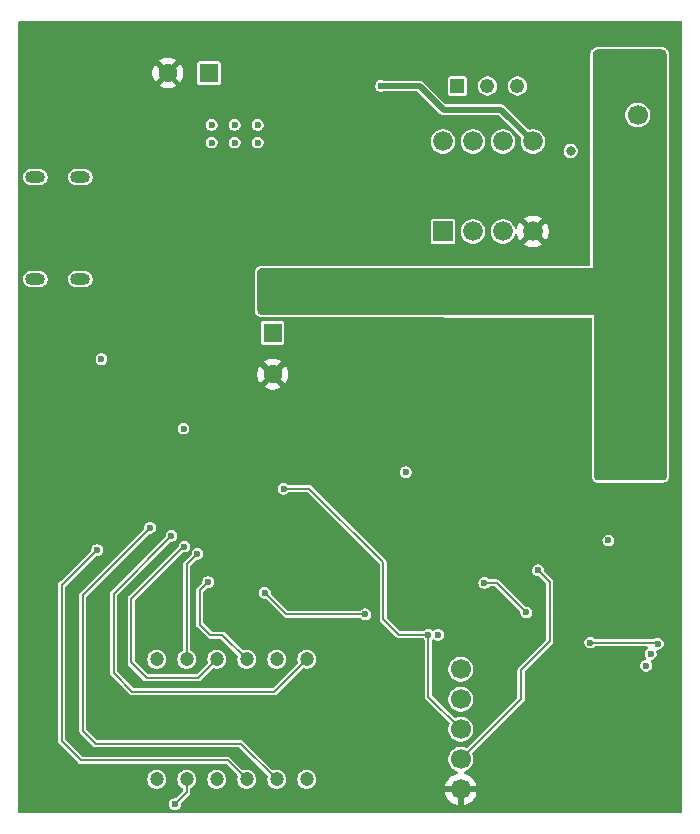
<source format=gbr>
G04 #@! TF.GenerationSoftware,KiCad,Pcbnew,9.0.4*
G04 #@! TF.CreationDate,2025-09-25T11:49:33+08:00*
G04 #@! TF.ProjectId,boost-convertor,626f6f73-742d-4636-9f6e-766572746f72,rev?*
G04 #@! TF.SameCoordinates,Original*
G04 #@! TF.FileFunction,Copper,L4,Bot*
G04 #@! TF.FilePolarity,Positive*
%FSLAX46Y46*%
G04 Gerber Fmt 4.6, Leading zero omitted, Abs format (unit mm)*
G04 Created by KiCad (PCBNEW 9.0.4) date 2025-09-25 11:49:33*
%MOMM*%
%LPD*%
G01*
G04 APERTURE LIST*
G04 #@! TA.AperFunction,ComponentPad*
%ADD10C,1.700000*%
G04 #@! TD*
G04 #@! TA.AperFunction,ComponentPad*
%ADD11R,1.676400X1.676400*%
G04 #@! TD*
G04 #@! TA.AperFunction,ComponentPad*
%ADD12C,1.676400*%
G04 #@! TD*
G04 #@! TA.AperFunction,ComponentPad*
%ADD13C,1.200000*%
G04 #@! TD*
G04 #@! TA.AperFunction,ComponentPad*
%ADD14R,1.600000X1.600000*%
G04 #@! TD*
G04 #@! TA.AperFunction,ComponentPad*
%ADD15C,1.600000*%
G04 #@! TD*
G04 #@! TA.AperFunction,WasherPad*
%ADD16O,1.700000X1.000000*%
G04 #@! TD*
G04 #@! TA.AperFunction,ComponentPad*
%ADD17R,1.218000X1.218000*%
G04 #@! TD*
G04 #@! TA.AperFunction,ComponentPad*
%ADD18C,1.218000*%
G04 #@! TD*
G04 #@! TA.AperFunction,ViaPad*
%ADD19C,0.600000*%
G04 #@! TD*
G04 #@! TA.AperFunction,ViaPad*
%ADD20C,0.800000*%
G04 #@! TD*
G04 #@! TA.AperFunction,Conductor*
%ADD21C,0.200000*%
G04 #@! TD*
G04 #@! TA.AperFunction,Conductor*
%ADD22C,0.500000*%
G04 #@! TD*
G04 APERTURE END LIST*
D10*
X135920000Y-52460000D03*
X135920000Y-55960000D03*
D11*
X119440000Y-65810000D03*
D12*
X121980000Y-65810000D03*
X124520000Y-65810000D03*
X127060000Y-65810000D03*
X127060000Y-58190000D03*
X124520000Y-58190000D03*
X121980000Y-58190000D03*
X119440000Y-58190000D03*
D13*
X97740000Y-102040000D03*
X107900000Y-102040000D03*
X102820000Y-112200000D03*
X97740000Y-112200000D03*
X95200000Y-112200000D03*
X100280000Y-102040000D03*
X105360000Y-112200000D03*
X100280000Y-112200000D03*
X95200000Y-102040000D03*
X102820000Y-102040000D03*
X105360000Y-102040000D03*
X107900000Y-112200000D03*
D14*
X99640151Y-52400000D03*
D15*
X96140151Y-52400000D03*
D16*
X84927700Y-61204968D03*
X88727700Y-61204998D03*
X88727700Y-69845002D03*
X84927700Y-69845032D03*
D10*
X120950000Y-102895000D03*
X120950000Y-105435000D03*
X120950000Y-107975000D03*
X120950000Y-110515000D03*
X120950000Y-113055000D03*
D14*
X105025000Y-74397349D03*
D15*
X105025000Y-77897349D03*
D17*
X120670000Y-53500000D03*
D18*
X123210000Y-53500000D03*
X125750000Y-53500000D03*
D19*
X137025000Y-101575000D03*
X90525000Y-76625000D03*
X103760000Y-56800000D03*
X103760000Y-58290000D03*
X97475000Y-82500000D03*
D20*
X130250000Y-59000000D03*
D19*
X133450000Y-91975000D03*
X101810000Y-58290000D03*
X119035598Y-99964402D03*
X136650000Y-102575000D03*
X116300000Y-86200000D03*
X101810000Y-56800000D03*
X99860000Y-58290000D03*
X99860000Y-56800000D03*
X136725000Y-83325000D03*
X135212500Y-83325000D03*
X136725000Y-84575000D03*
X105530000Y-71270000D03*
X104270000Y-72190000D03*
X106790000Y-72190000D03*
X105530000Y-72190000D03*
X133700000Y-83325000D03*
X106790000Y-71270000D03*
X135212500Y-84575000D03*
X133700000Y-84575000D03*
X104270000Y-71270000D03*
X90235000Y-56725000D03*
X135500000Y-92500000D03*
X102000000Y-60290000D03*
X93670000Y-58500000D03*
X93715000Y-56725000D03*
D20*
X128750000Y-50750000D03*
D19*
X123750000Y-87700000D03*
X92355596Y-100496899D03*
X96755596Y-95196899D03*
X91930000Y-58500000D03*
X121435598Y-100035598D03*
X138525000Y-92825000D03*
X137775000Y-92575000D03*
X105300000Y-92400000D03*
X91975000Y-56725000D03*
X120750000Y-87700000D03*
X90190000Y-58500000D03*
X127500000Y-94500000D03*
X105955596Y-87596899D03*
X118210000Y-99950000D03*
X104355596Y-96396899D03*
X112870000Y-98230000D03*
X97555596Y-92496899D03*
X96755596Y-114296899D03*
X96455596Y-91596899D03*
X90155596Y-92796899D03*
X99555596Y-95496899D03*
X94655596Y-90896899D03*
X98655596Y-93096899D03*
X114200000Y-53500000D03*
X126500000Y-98075000D03*
X122950000Y-95575000D03*
X131925000Y-100625000D03*
X137625000Y-100725000D03*
D21*
X126050000Y-105415000D02*
X120950000Y-110515000D01*
X127500000Y-94500000D02*
X128500000Y-95500000D01*
X126050000Y-102950000D02*
X126050000Y-105415000D01*
X128500000Y-95500000D02*
X128500000Y-100500000D01*
X128500000Y-100500000D02*
X126050000Y-102950000D01*
X105955596Y-87596899D02*
X105972495Y-87580000D01*
X115700000Y-99950000D02*
X118210000Y-99950000D01*
X105972495Y-87580000D02*
X108138697Y-87580000D01*
X118210000Y-99950000D02*
X118210000Y-105235000D01*
X114375000Y-98625000D02*
X115700000Y-99950000D01*
X114375000Y-93816303D02*
X114375000Y-98625000D01*
X108138697Y-87580000D02*
X114375000Y-93816303D01*
X118210000Y-105235000D02*
X120950000Y-107975000D01*
X106188697Y-98230000D02*
X112870000Y-98230000D01*
X104355596Y-96396899D02*
X106188697Y-98230000D01*
X98723101Y-103596899D02*
X100280000Y-102040000D01*
X94355596Y-103596899D02*
X98723101Y-103596899D01*
X93055596Y-96896899D02*
X93055596Y-102296899D01*
X97555596Y-92496899D02*
X97455596Y-92496899D01*
X97455596Y-92496899D02*
X93055596Y-96896899D01*
X93055596Y-102296899D02*
X94355596Y-103596899D01*
X97740000Y-112200000D02*
X97740000Y-113312495D01*
X97740000Y-113312495D02*
X96755596Y-114296899D01*
X93155596Y-104796899D02*
X105143101Y-104796899D01*
X91555596Y-96496899D02*
X91555596Y-103196899D01*
X91555596Y-103196899D02*
X93155596Y-104796899D01*
X96455596Y-91596899D02*
X91555596Y-96496899D01*
X105143101Y-104796899D02*
X107900000Y-102040000D01*
X88755596Y-110596899D02*
X101216899Y-110596899D01*
X87155596Y-95696899D02*
X87155596Y-108996899D01*
X87255596Y-95696899D02*
X87155596Y-95696899D01*
X90155596Y-92796899D02*
X87255596Y-95696899D01*
X101216899Y-110596899D02*
X102820000Y-112200000D01*
X87155596Y-108996899D02*
X88755596Y-110596899D01*
X98855596Y-99096899D02*
X99755596Y-99996899D01*
X100776899Y-99996899D02*
X102820000Y-102040000D01*
X99555596Y-95496899D02*
X98855596Y-96196899D01*
X99755596Y-99996899D02*
X100776899Y-99996899D01*
X98855596Y-96196899D02*
X98855596Y-99096899D01*
X88955596Y-96596899D02*
X94655596Y-90896899D01*
X90055596Y-109196899D02*
X88955596Y-108096899D01*
X105360000Y-112200000D02*
X102356899Y-109196899D01*
X88955596Y-108096899D02*
X88955596Y-96596899D01*
X102356899Y-109196899D02*
X90055596Y-109196899D01*
X97740000Y-94012495D02*
X97740000Y-102040000D01*
X98655596Y-93096899D02*
X97740000Y-94012495D01*
D22*
X117500000Y-53500000D02*
X119500000Y-55500000D01*
X114200000Y-53500000D02*
X117500000Y-53500000D01*
X119500000Y-55500000D02*
X124370000Y-55500000D01*
X124370000Y-55500000D02*
X127060000Y-58190000D01*
D21*
X126500000Y-98075000D02*
X124000000Y-95575000D01*
X124000000Y-95575000D02*
X122950000Y-95575000D01*
X131925000Y-100625000D02*
X137575057Y-100625000D01*
X137575057Y-100625000D02*
X137625000Y-100674943D01*
X137625000Y-100674943D02*
X137625000Y-100725000D01*
G04 #@! TA.AperFunction,Conductor*
G36*
X138104540Y-50429528D02*
G01*
X138215768Y-50486202D01*
X138304040Y-50574474D01*
X138360714Y-50685702D01*
X138380241Y-50808755D01*
X138391313Y-69085287D01*
X138401862Y-86499409D01*
X138382408Y-86622719D01*
X138325802Y-86733982D01*
X138237584Y-86822307D01*
X138126390Y-86879048D01*
X138003104Y-86898651D01*
X138002761Y-86898651D01*
X132648860Y-86897296D01*
X132525567Y-86877736D01*
X132414353Y-86821034D01*
X132326104Y-86732741D01*
X132269458Y-86621498D01*
X132249961Y-86498294D01*
X132250033Y-72898025D01*
X107823231Y-72890162D01*
X107320000Y-72890000D01*
X107319936Y-72890000D01*
X104127996Y-72890000D01*
X104004698Y-72870472D01*
X103893470Y-72813798D01*
X103805198Y-72725526D01*
X103748524Y-72614298D01*
X103728997Y-72492005D01*
X103721008Y-69320005D01*
X103740226Y-69196658D01*
X103796620Y-69085287D01*
X103884668Y-68996794D01*
X103995754Y-68939840D01*
X104119002Y-68920001D01*
X104120007Y-68920000D01*
X132129999Y-68920000D01*
X132130000Y-68920000D01*
X132122943Y-55856534D01*
X134869500Y-55856534D01*
X134869500Y-56063465D01*
X134909869Y-56266418D01*
X134909870Y-56266420D01*
X134989059Y-56457598D01*
X135104023Y-56629655D01*
X135250345Y-56775977D01*
X135422402Y-56890941D01*
X135613580Y-56970130D01*
X135816534Y-57010500D01*
X135816535Y-57010500D01*
X136023466Y-57010500D01*
X136110509Y-56993186D01*
X136226420Y-56970130D01*
X136417598Y-56890941D01*
X136589655Y-56775977D01*
X136735977Y-56629655D01*
X136850941Y-56457598D01*
X136930130Y-56266420D01*
X136970500Y-56063465D01*
X136970500Y-55856535D01*
X136930130Y-55653580D01*
X136850941Y-55462402D01*
X136735977Y-55290345D01*
X136589655Y-55144023D01*
X136417598Y-55029059D01*
X136226420Y-54949870D01*
X136226418Y-54949869D01*
X136226419Y-54949869D01*
X136023466Y-54909500D01*
X136023465Y-54909500D01*
X135816535Y-54909500D01*
X135816534Y-54909500D01*
X135613581Y-54949869D01*
X135422401Y-55029059D01*
X135250348Y-55144021D01*
X135250347Y-55144021D01*
X135104021Y-55290347D01*
X135104021Y-55290348D01*
X134989059Y-55462401D01*
X134909869Y-55653581D01*
X134869500Y-55856534D01*
X132122943Y-55856534D01*
X132120216Y-50809216D01*
X132139678Y-50685907D01*
X132196292Y-50574648D01*
X132284515Y-50486329D01*
X132395713Y-50429595D01*
X132519000Y-50410000D01*
X137981242Y-50410000D01*
X138104540Y-50429528D01*
G37*
G04 #@! TD.AperFunction*
G04 #@! TA.AperFunction,Conductor*
G36*
X139642539Y-48020185D02*
G01*
X139688294Y-48072989D01*
X139699500Y-48124500D01*
X139699500Y-114925500D01*
X139679815Y-114992539D01*
X139627011Y-115038294D01*
X139575500Y-115049500D01*
X83574500Y-115049500D01*
X83507461Y-115029815D01*
X83461706Y-114977011D01*
X83450500Y-114925500D01*
X83450500Y-114231007D01*
X96255096Y-114231007D01*
X96255096Y-114362791D01*
X96260305Y-114382230D01*
X96289204Y-114490086D01*
X96322150Y-114547149D01*
X96355096Y-114604213D01*
X96448282Y-114697399D01*
X96562410Y-114763291D01*
X96689704Y-114797399D01*
X96689706Y-114797399D01*
X96821486Y-114797399D01*
X96821488Y-114797399D01*
X96948782Y-114763291D01*
X97062910Y-114697399D01*
X97156096Y-114604213D01*
X97221988Y-114490085D01*
X97256096Y-114362791D01*
X97256096Y-114272731D01*
X97275781Y-114205692D01*
X97292415Y-114185050D01*
X97581066Y-113896399D01*
X97980460Y-113497006D01*
X98020021Y-113428484D01*
X98040500Y-113352057D01*
X98040500Y-113024837D01*
X98060185Y-112957798D01*
X98112989Y-112912043D01*
X98116986Y-112910302D01*
X98119179Y-112909394D01*
X98250289Y-112821789D01*
X98361789Y-112710289D01*
X98449394Y-112579179D01*
X98509737Y-112433497D01*
X98540500Y-112278842D01*
X98540500Y-112121158D01*
X98540500Y-112121155D01*
X98540499Y-112121153D01*
X99479500Y-112121153D01*
X99479500Y-112278846D01*
X99510261Y-112433489D01*
X99510264Y-112433501D01*
X99570602Y-112579172D01*
X99570609Y-112579185D01*
X99658210Y-112710288D01*
X99658213Y-112710292D01*
X99769707Y-112821786D01*
X99769711Y-112821789D01*
X99900814Y-112909390D01*
X99900827Y-112909397D01*
X100017679Y-112957798D01*
X100046503Y-112969737D01*
X100147879Y-112989902D01*
X100201153Y-113000499D01*
X100201156Y-113000500D01*
X100201158Y-113000500D01*
X100358844Y-113000500D01*
X100358845Y-113000499D01*
X100513497Y-112969737D01*
X100659179Y-112909394D01*
X100790289Y-112821789D01*
X100901789Y-112710289D01*
X100989394Y-112579179D01*
X101049737Y-112433497D01*
X101080500Y-112278842D01*
X101080500Y-112121158D01*
X101080500Y-112121155D01*
X101080499Y-112121153D01*
X101049738Y-111966510D01*
X101049737Y-111966503D01*
X101022348Y-111900379D01*
X100989397Y-111820827D01*
X100989390Y-111820814D01*
X100901789Y-111689711D01*
X100901786Y-111689707D01*
X100790292Y-111578213D01*
X100790288Y-111578210D01*
X100659185Y-111490609D01*
X100659172Y-111490602D01*
X100513501Y-111430264D01*
X100513489Y-111430261D01*
X100358845Y-111399500D01*
X100358842Y-111399500D01*
X100201158Y-111399500D01*
X100201155Y-111399500D01*
X100046510Y-111430261D01*
X100046498Y-111430264D01*
X99900827Y-111490602D01*
X99900814Y-111490609D01*
X99769711Y-111578210D01*
X99769707Y-111578213D01*
X99658213Y-111689707D01*
X99658210Y-111689711D01*
X99570609Y-111820814D01*
X99570602Y-111820827D01*
X99510264Y-111966498D01*
X99510261Y-111966510D01*
X99479500Y-112121153D01*
X98540499Y-112121153D01*
X98509738Y-111966510D01*
X98509737Y-111966503D01*
X98482348Y-111900379D01*
X98449397Y-111820827D01*
X98449390Y-111820814D01*
X98361789Y-111689711D01*
X98361786Y-111689707D01*
X98250292Y-111578213D01*
X98250288Y-111578210D01*
X98119185Y-111490609D01*
X98119172Y-111490602D01*
X97973501Y-111430264D01*
X97973489Y-111430261D01*
X97818845Y-111399500D01*
X97818842Y-111399500D01*
X97661158Y-111399500D01*
X97661155Y-111399500D01*
X97506510Y-111430261D01*
X97506498Y-111430264D01*
X97360827Y-111490602D01*
X97360814Y-111490609D01*
X97229711Y-111578210D01*
X97229707Y-111578213D01*
X97118213Y-111689707D01*
X97118210Y-111689711D01*
X97030609Y-111820814D01*
X97030602Y-111820827D01*
X96970264Y-111966498D01*
X96970261Y-111966510D01*
X96939500Y-112121153D01*
X96939500Y-112278846D01*
X96970261Y-112433489D01*
X96970264Y-112433501D01*
X97030602Y-112579172D01*
X97030609Y-112579185D01*
X97118210Y-112710288D01*
X97118213Y-112710292D01*
X97229710Y-112821789D01*
X97261018Y-112842708D01*
X97360821Y-112909394D01*
X97362945Y-112910274D01*
X97363885Y-112911031D01*
X97366192Y-112912264D01*
X97365958Y-112912701D01*
X97378513Y-112922817D01*
X97396703Y-112931124D01*
X97405163Y-112944289D01*
X97417349Y-112954107D01*
X97423665Y-112973079D01*
X97434477Y-112989902D01*
X97438436Y-113017443D01*
X97439421Y-113020399D01*
X97439500Y-113024837D01*
X97439500Y-113136661D01*
X97419815Y-113203700D01*
X97403181Y-113224342D01*
X96867443Y-113760080D01*
X96806120Y-113793565D01*
X96779762Y-113796399D01*
X96689704Y-113796399D01*
X96562408Y-113830507D01*
X96448282Y-113896399D01*
X96448279Y-113896401D01*
X96355098Y-113989582D01*
X96355096Y-113989585D01*
X96289204Y-114103711D01*
X96257133Y-114223406D01*
X96255096Y-114231007D01*
X83450500Y-114231007D01*
X83450500Y-112121153D01*
X94399500Y-112121153D01*
X94399500Y-112278846D01*
X94430261Y-112433489D01*
X94430264Y-112433501D01*
X94490602Y-112579172D01*
X94490609Y-112579185D01*
X94578210Y-112710288D01*
X94578213Y-112710292D01*
X94689707Y-112821786D01*
X94689711Y-112821789D01*
X94820814Y-112909390D01*
X94820827Y-112909397D01*
X94937679Y-112957798D01*
X94966503Y-112969737D01*
X95067879Y-112989902D01*
X95121153Y-113000499D01*
X95121156Y-113000500D01*
X95121158Y-113000500D01*
X95278844Y-113000500D01*
X95278845Y-113000499D01*
X95433497Y-112969737D01*
X95579179Y-112909394D01*
X95710289Y-112821789D01*
X95821789Y-112710289D01*
X95909394Y-112579179D01*
X95969737Y-112433497D01*
X96000500Y-112278842D01*
X96000500Y-112121158D01*
X96000500Y-112121155D01*
X96000499Y-112121153D01*
X95969738Y-111966510D01*
X95969737Y-111966503D01*
X95942348Y-111900379D01*
X95909397Y-111820827D01*
X95909390Y-111820814D01*
X95821789Y-111689711D01*
X95821786Y-111689707D01*
X95710292Y-111578213D01*
X95710288Y-111578210D01*
X95579185Y-111490609D01*
X95579172Y-111490602D01*
X95433501Y-111430264D01*
X95433489Y-111430261D01*
X95278845Y-111399500D01*
X95278842Y-111399500D01*
X95121158Y-111399500D01*
X95121155Y-111399500D01*
X94966510Y-111430261D01*
X94966498Y-111430264D01*
X94820827Y-111490602D01*
X94820814Y-111490609D01*
X94689711Y-111578210D01*
X94689707Y-111578213D01*
X94578213Y-111689707D01*
X94578210Y-111689711D01*
X94490609Y-111820814D01*
X94490602Y-111820827D01*
X94430264Y-111966498D01*
X94430261Y-111966510D01*
X94399500Y-112121153D01*
X83450500Y-112121153D01*
X83450500Y-95657337D01*
X86855096Y-95657337D01*
X86855096Y-109036461D01*
X86875575Y-109112888D01*
X86901237Y-109157336D01*
X86901239Y-109157338D01*
X86915138Y-109181413D01*
X86915139Y-109181414D01*
X87746109Y-110012383D01*
X88571085Y-110837359D01*
X88639608Y-110876921D01*
X88716034Y-110897399D01*
X88795158Y-110897399D01*
X101041066Y-110897399D01*
X101108105Y-110917084D01*
X101128747Y-110933718D01*
X102024265Y-111829236D01*
X102057750Y-111890559D01*
X102052766Y-111960251D01*
X102051153Y-111964350D01*
X102050266Y-111966491D01*
X102050261Y-111966506D01*
X102019500Y-112121153D01*
X102019500Y-112278846D01*
X102050261Y-112433489D01*
X102050264Y-112433501D01*
X102110602Y-112579172D01*
X102110609Y-112579185D01*
X102198210Y-112710288D01*
X102198213Y-112710292D01*
X102309707Y-112821786D01*
X102309711Y-112821789D01*
X102440814Y-112909390D01*
X102440827Y-112909397D01*
X102557679Y-112957798D01*
X102586503Y-112969737D01*
X102687879Y-112989902D01*
X102741153Y-113000499D01*
X102741156Y-113000500D01*
X102741158Y-113000500D01*
X102898844Y-113000500D01*
X102898845Y-113000499D01*
X103053497Y-112969737D01*
X103199179Y-112909394D01*
X103330289Y-112821789D01*
X103441789Y-112710289D01*
X103529394Y-112579179D01*
X103589737Y-112433497D01*
X103620500Y-112278842D01*
X103620500Y-112121158D01*
X103620500Y-112121155D01*
X103620499Y-112121153D01*
X103589738Y-111966510D01*
X103589737Y-111966503D01*
X103562348Y-111900379D01*
X103529397Y-111820827D01*
X103529390Y-111820814D01*
X103441789Y-111689711D01*
X103441786Y-111689707D01*
X103330292Y-111578213D01*
X103330288Y-111578210D01*
X103199185Y-111490609D01*
X103199172Y-111490602D01*
X103053501Y-111430264D01*
X103053489Y-111430261D01*
X102898845Y-111399500D01*
X102898842Y-111399500D01*
X102741158Y-111399500D01*
X102741155Y-111399500D01*
X102586506Y-111430261D01*
X102586491Y-111430266D01*
X102584350Y-111431153D01*
X102583140Y-111431282D01*
X102580674Y-111432031D01*
X102580531Y-111431562D01*
X102514880Y-111438610D01*
X102452406Y-111407325D01*
X102449236Y-111404265D01*
X101401411Y-110356440D01*
X101401403Y-110356434D01*
X101332894Y-110316881D01*
X101332889Y-110316878D01*
X101307412Y-110310051D01*
X101256461Y-110296399D01*
X101256459Y-110296399D01*
X88931429Y-110296399D01*
X88864390Y-110276714D01*
X88843748Y-110260080D01*
X87492415Y-108908747D01*
X87458930Y-108847424D01*
X87456096Y-108821066D01*
X87456096Y-96557337D01*
X88655096Y-96557337D01*
X88655096Y-108136461D01*
X88668748Y-108187412D01*
X88675575Y-108212889D01*
X88693649Y-108244194D01*
X88711724Y-108275500D01*
X88715136Y-108281410D01*
X88715139Y-108281414D01*
X89281150Y-108847424D01*
X89815136Y-109381410D01*
X89871085Y-109437359D01*
X89871087Y-109437360D01*
X89871091Y-109437363D01*
X89939600Y-109476916D01*
X89939607Y-109476920D01*
X90016034Y-109497399D01*
X102181066Y-109497399D01*
X102248105Y-109517084D01*
X102268747Y-109533718D01*
X104564265Y-111829236D01*
X104597750Y-111890559D01*
X104592766Y-111960251D01*
X104591153Y-111964350D01*
X104590266Y-111966491D01*
X104590261Y-111966506D01*
X104559500Y-112121153D01*
X104559500Y-112278846D01*
X104590261Y-112433489D01*
X104590264Y-112433501D01*
X104650602Y-112579172D01*
X104650609Y-112579185D01*
X104738210Y-112710288D01*
X104738213Y-112710292D01*
X104849707Y-112821786D01*
X104849711Y-112821789D01*
X104980814Y-112909390D01*
X104980827Y-112909397D01*
X105097679Y-112957798D01*
X105126503Y-112969737D01*
X105227879Y-112989902D01*
X105281153Y-113000499D01*
X105281156Y-113000500D01*
X105281158Y-113000500D01*
X105438844Y-113000500D01*
X105438845Y-113000499D01*
X105593497Y-112969737D01*
X105739179Y-112909394D01*
X105870289Y-112821789D01*
X105981789Y-112710289D01*
X106069394Y-112579179D01*
X106129737Y-112433497D01*
X106160500Y-112278842D01*
X106160500Y-112121158D01*
X106160500Y-112121155D01*
X106160499Y-112121153D01*
X107099500Y-112121153D01*
X107099500Y-112278846D01*
X107130261Y-112433489D01*
X107130264Y-112433501D01*
X107190602Y-112579172D01*
X107190609Y-112579185D01*
X107278210Y-112710288D01*
X107278213Y-112710292D01*
X107389707Y-112821786D01*
X107389711Y-112821789D01*
X107520814Y-112909390D01*
X107520827Y-112909397D01*
X107637679Y-112957798D01*
X107666503Y-112969737D01*
X107767879Y-112989902D01*
X107821153Y-113000499D01*
X107821156Y-113000500D01*
X107821158Y-113000500D01*
X107978844Y-113000500D01*
X107978845Y-113000499D01*
X108133497Y-112969737D01*
X108279179Y-112909394D01*
X108410289Y-112821789D01*
X108427078Y-112805000D01*
X119622769Y-112805000D01*
X120459252Y-112805000D01*
X120437482Y-112842708D01*
X120400000Y-112982591D01*
X120400000Y-113127409D01*
X120437482Y-113267292D01*
X120459252Y-113305000D01*
X119622769Y-113305000D01*
X119633242Y-113371126D01*
X119633242Y-113371129D01*
X119698904Y-113573217D01*
X119795379Y-113762557D01*
X119920272Y-113934459D01*
X119920276Y-113934464D01*
X120070535Y-114084723D01*
X120070540Y-114084727D01*
X120242442Y-114209620D01*
X120431782Y-114306095D01*
X120633871Y-114371757D01*
X120700000Y-114382231D01*
X120700000Y-113545747D01*
X120737708Y-113567518D01*
X120877591Y-113605000D01*
X121022409Y-113605000D01*
X121162292Y-113567518D01*
X121200000Y-113545747D01*
X121200000Y-114382230D01*
X121266126Y-114371757D01*
X121266129Y-114371757D01*
X121468217Y-114306095D01*
X121657557Y-114209620D01*
X121829459Y-114084727D01*
X121829464Y-114084723D01*
X121979723Y-113934464D01*
X121979727Y-113934459D01*
X122104620Y-113762557D01*
X122201095Y-113573217D01*
X122266757Y-113371129D01*
X122266757Y-113371126D01*
X122277231Y-113305000D01*
X121440748Y-113305000D01*
X121462518Y-113267292D01*
X121500000Y-113127409D01*
X121500000Y-112982591D01*
X121462518Y-112842708D01*
X121440748Y-112805000D01*
X122277231Y-112805000D01*
X122266757Y-112738873D01*
X122266757Y-112738870D01*
X122201095Y-112536782D01*
X122104620Y-112347442D01*
X121979727Y-112175540D01*
X121979723Y-112175535D01*
X121829464Y-112025276D01*
X121829459Y-112025272D01*
X121657557Y-111900379D01*
X121468216Y-111803904D01*
X121292026Y-111746656D01*
X121234350Y-111707218D01*
X121207152Y-111642860D01*
X121219067Y-111574013D01*
X121266311Y-111522538D01*
X121282882Y-111514168D01*
X121447598Y-111445941D01*
X121619655Y-111330977D01*
X121765977Y-111184655D01*
X121880941Y-111012598D01*
X121960130Y-110821420D01*
X122000500Y-110618465D01*
X122000500Y-110411535D01*
X121960130Y-110208580D01*
X121910194Y-110088026D01*
X121902726Y-110018559D01*
X121934001Y-109956080D01*
X121937047Y-109952922D01*
X126290460Y-105599511D01*
X126330021Y-105530989D01*
X126350500Y-105454562D01*
X126350500Y-103125833D01*
X126370185Y-103058794D01*
X126386819Y-103038152D01*
X128740458Y-100684513D01*
X128740460Y-100684511D01*
X128748177Y-100671144D01*
X128780021Y-100615989D01*
X128795263Y-100559108D01*
X131424500Y-100559108D01*
X131424500Y-100690891D01*
X131458608Y-100818187D01*
X131491554Y-100875250D01*
X131524500Y-100932314D01*
X131617686Y-101025500D01*
X131731814Y-101091392D01*
X131859108Y-101125500D01*
X131859110Y-101125500D01*
X131990890Y-101125500D01*
X131990892Y-101125500D01*
X132118186Y-101091392D01*
X132232314Y-101025500D01*
X132295995Y-100961819D01*
X132357318Y-100928334D01*
X132383676Y-100925500D01*
X136686192Y-100925500D01*
X136753231Y-100945185D01*
X136798986Y-100997989D01*
X136808930Y-101067147D01*
X136779905Y-101130703D01*
X136748193Y-101156887D01*
X136717686Y-101174500D01*
X136717683Y-101174502D01*
X136624502Y-101267683D01*
X136624500Y-101267686D01*
X136558608Y-101381812D01*
X136524500Y-101509108D01*
X136524500Y-101640891D01*
X136558608Y-101768187D01*
X136580730Y-101806503D01*
X136624500Y-101882314D01*
X136624501Y-101882315D01*
X136624503Y-101882318D01*
X136626956Y-101885515D01*
X136628187Y-101888699D01*
X136628564Y-101889352D01*
X136628462Y-101889410D01*
X136652152Y-101950683D01*
X136638115Y-102019128D01*
X136589302Y-102069119D01*
X136560676Y-102080778D01*
X136456812Y-102108608D01*
X136342686Y-102174500D01*
X136342683Y-102174502D01*
X136249502Y-102267683D01*
X136249500Y-102267686D01*
X136183608Y-102381812D01*
X136156921Y-102481411D01*
X136149500Y-102509108D01*
X136149500Y-102640892D01*
X136155099Y-102661789D01*
X136183608Y-102768187D01*
X136207598Y-102809738D01*
X136249500Y-102882314D01*
X136342686Y-102975500D01*
X136456814Y-103041392D01*
X136584108Y-103075500D01*
X136584110Y-103075500D01*
X136715890Y-103075500D01*
X136715892Y-103075500D01*
X136843186Y-103041392D01*
X136957314Y-102975500D01*
X137050500Y-102882314D01*
X137116392Y-102768186D01*
X137150500Y-102640892D01*
X137150500Y-102509108D01*
X137116392Y-102381814D01*
X137050500Y-102267686D01*
X137050494Y-102267680D01*
X137048044Y-102264486D01*
X137046811Y-102261298D01*
X137046436Y-102260648D01*
X137046537Y-102260589D01*
X137022847Y-102199317D01*
X137036883Y-102130872D01*
X137085696Y-102080881D01*
X137114320Y-102069222D01*
X137218186Y-102041392D01*
X137332314Y-101975500D01*
X137425500Y-101882314D01*
X137491392Y-101768186D01*
X137525500Y-101640892D01*
X137525500Y-101509108D01*
X137491392Y-101381814D01*
X137491390Y-101381810D01*
X137491332Y-101381594D01*
X137492995Y-101311744D01*
X137532157Y-101253881D01*
X137596386Y-101226377D01*
X137611107Y-101225500D01*
X137690890Y-101225500D01*
X137690892Y-101225500D01*
X137818186Y-101191392D01*
X137932314Y-101125500D01*
X138025500Y-101032314D01*
X138091392Y-100918186D01*
X138125500Y-100790892D01*
X138125500Y-100659108D01*
X138091392Y-100531814D01*
X138025500Y-100417686D01*
X137932314Y-100324500D01*
X137867049Y-100286819D01*
X137818187Y-100258608D01*
X137738875Y-100237357D01*
X137690892Y-100224500D01*
X137559108Y-100224500D01*
X137431814Y-100258608D01*
X137431813Y-100258608D01*
X137431811Y-100258609D01*
X137431810Y-100258609D01*
X137346460Y-100307887D01*
X137284460Y-100324500D01*
X132383676Y-100324500D01*
X132316637Y-100304815D01*
X132295995Y-100288181D01*
X132232316Y-100224502D01*
X132232314Y-100224500D01*
X132157680Y-100181410D01*
X132118187Y-100158608D01*
X132028254Y-100134511D01*
X131990892Y-100124500D01*
X131859108Y-100124500D01*
X131731812Y-100158608D01*
X131617686Y-100224500D01*
X131617683Y-100224502D01*
X131524502Y-100317683D01*
X131524500Y-100317686D01*
X131458608Y-100431812D01*
X131424500Y-100559108D01*
X128795263Y-100559108D01*
X128800500Y-100539562D01*
X128800500Y-95460438D01*
X128800500Y-95460436D01*
X128797906Y-95450759D01*
X128797903Y-95450747D01*
X128780023Y-95384015D01*
X128780022Y-95384013D01*
X128780022Y-95384012D01*
X128740460Y-95315489D01*
X128036819Y-94611848D01*
X128003334Y-94550525D01*
X128000500Y-94524167D01*
X128000500Y-94434110D01*
X128000500Y-94434108D01*
X127966392Y-94306814D01*
X127900500Y-94192686D01*
X127807314Y-94099500D01*
X127750250Y-94066554D01*
X127693187Y-94033608D01*
X127629539Y-94016554D01*
X127565892Y-93999500D01*
X127434108Y-93999500D01*
X127306812Y-94033608D01*
X127192686Y-94099500D01*
X127192683Y-94099502D01*
X127099502Y-94192683D01*
X127099500Y-94192686D01*
X127033608Y-94306812D01*
X126999500Y-94434108D01*
X126999500Y-94565892D01*
X127011814Y-94611848D01*
X127033608Y-94693187D01*
X127066554Y-94750250D01*
X127099500Y-94807314D01*
X127192686Y-94900500D01*
X127306814Y-94966392D01*
X127434108Y-95000500D01*
X127434110Y-95000500D01*
X127524167Y-95000500D01*
X127591206Y-95020185D01*
X127611848Y-95036819D01*
X128163181Y-95588152D01*
X128196666Y-95649475D01*
X128199500Y-95675833D01*
X128199500Y-100324167D01*
X128179815Y-100391206D01*
X128163181Y-100411848D01*
X125809541Y-102765487D01*
X125809535Y-102765495D01*
X125769982Y-102834004D01*
X125769979Y-102834009D01*
X125749500Y-102910439D01*
X125749500Y-105239166D01*
X125729815Y-105306205D01*
X125713181Y-105326847D01*
X121512104Y-109527923D01*
X121450781Y-109561408D01*
X121381089Y-109556424D01*
X121376971Y-109554803D01*
X121256424Y-109504871D01*
X121256412Y-109504868D01*
X121053469Y-109464500D01*
X121053465Y-109464500D01*
X120846535Y-109464500D01*
X120846530Y-109464500D01*
X120643587Y-109504868D01*
X120643579Y-109504870D01*
X120452403Y-109584058D01*
X120280342Y-109699024D01*
X120134024Y-109845342D01*
X120019058Y-110017403D01*
X119939870Y-110208579D01*
X119939868Y-110208587D01*
X119899500Y-110411530D01*
X119899500Y-110618469D01*
X119939868Y-110821412D01*
X119939870Y-110821420D01*
X120019058Y-111012596D01*
X120134024Y-111184657D01*
X120280342Y-111330975D01*
X120452405Y-111445943D01*
X120555043Y-111488456D01*
X120617108Y-111514164D01*
X120671511Y-111558005D01*
X120693576Y-111624299D01*
X120676297Y-111691998D01*
X120625160Y-111739609D01*
X120607974Y-111746656D01*
X120431781Y-111803905D01*
X120242442Y-111900379D01*
X120070540Y-112025272D01*
X120070535Y-112025276D01*
X119920276Y-112175535D01*
X119920272Y-112175540D01*
X119795379Y-112347442D01*
X119698904Y-112536782D01*
X119633242Y-112738870D01*
X119633242Y-112738873D01*
X119622769Y-112805000D01*
X108427078Y-112805000D01*
X108477696Y-112754383D01*
X108521786Y-112710292D01*
X108521789Y-112710289D01*
X108609394Y-112579179D01*
X108669737Y-112433497D01*
X108700500Y-112278842D01*
X108700500Y-112121158D01*
X108700500Y-112121155D01*
X108700499Y-112121153D01*
X108669738Y-111966510D01*
X108669737Y-111966503D01*
X108642348Y-111900379D01*
X108609397Y-111820827D01*
X108609390Y-111820814D01*
X108521789Y-111689711D01*
X108521786Y-111689707D01*
X108410292Y-111578213D01*
X108410288Y-111578210D01*
X108279185Y-111490609D01*
X108279172Y-111490602D01*
X108133501Y-111430264D01*
X108133489Y-111430261D01*
X107978845Y-111399500D01*
X107978842Y-111399500D01*
X107821158Y-111399500D01*
X107821155Y-111399500D01*
X107666510Y-111430261D01*
X107666498Y-111430264D01*
X107520827Y-111490602D01*
X107520814Y-111490609D01*
X107389711Y-111578210D01*
X107389707Y-111578213D01*
X107278213Y-111689707D01*
X107278210Y-111689711D01*
X107190609Y-111820814D01*
X107190602Y-111820827D01*
X107130264Y-111966498D01*
X107130261Y-111966510D01*
X107099500Y-112121153D01*
X106160499Y-112121153D01*
X106129738Y-111966510D01*
X106129737Y-111966503D01*
X106102348Y-111900379D01*
X106069397Y-111820827D01*
X106069390Y-111820814D01*
X105981789Y-111689711D01*
X105981786Y-111689707D01*
X105870292Y-111578213D01*
X105870288Y-111578210D01*
X105739185Y-111490609D01*
X105739172Y-111490602D01*
X105593501Y-111430264D01*
X105593489Y-111430261D01*
X105438845Y-111399500D01*
X105438842Y-111399500D01*
X105281158Y-111399500D01*
X105281155Y-111399500D01*
X105126506Y-111430261D01*
X105126491Y-111430266D01*
X105124350Y-111431153D01*
X105123140Y-111431282D01*
X105120674Y-111432031D01*
X105120531Y-111431562D01*
X105054880Y-111438610D01*
X104992406Y-111407325D01*
X104989236Y-111404265D01*
X102541411Y-108956440D01*
X102541403Y-108956434D01*
X102472894Y-108916881D01*
X102472889Y-108916878D01*
X102432071Y-108905941D01*
X102396461Y-108896399D01*
X102396459Y-108896399D01*
X90231429Y-108896399D01*
X90164390Y-108876714D01*
X90143748Y-108860080D01*
X89292415Y-108008747D01*
X89258930Y-107947424D01*
X89256096Y-107921066D01*
X89256096Y-96772731D01*
X89275781Y-96705692D01*
X89292410Y-96685055D01*
X89520127Y-96457338D01*
X91255096Y-96457338D01*
X91255096Y-103236461D01*
X91275574Y-103312886D01*
X91277880Y-103316880D01*
X91277883Y-103316886D01*
X91315133Y-103381406D01*
X91315135Y-103381409D01*
X91315136Y-103381410D01*
X92971085Y-105037359D01*
X93030425Y-105071619D01*
X93039604Y-105076919D01*
X93039608Y-105076921D01*
X93116034Y-105097399D01*
X93116036Y-105097399D01*
X105182661Y-105097399D01*
X105182663Y-105097399D01*
X105259090Y-105076920D01*
X105327612Y-105037359D01*
X105383561Y-104981410D01*
X107529238Y-102835731D01*
X107590559Y-102802248D01*
X107660251Y-102807232D01*
X107664336Y-102808839D01*
X107666503Y-102809737D01*
X107666508Y-102809738D01*
X107666511Y-102809739D01*
X107821153Y-102840499D01*
X107821156Y-102840500D01*
X107821158Y-102840500D01*
X107978844Y-102840500D01*
X107978845Y-102840499D01*
X108133497Y-102809737D01*
X108279179Y-102749394D01*
X108410289Y-102661789D01*
X108521789Y-102550289D01*
X108609394Y-102419179D01*
X108669737Y-102273497D01*
X108700500Y-102118842D01*
X108700500Y-101961158D01*
X108700500Y-101961155D01*
X108700499Y-101961153D01*
X108686087Y-101888699D01*
X108669737Y-101806503D01*
X108653866Y-101768186D01*
X108609397Y-101660827D01*
X108609390Y-101660814D01*
X108521789Y-101529711D01*
X108521786Y-101529707D01*
X108410292Y-101418213D01*
X108410288Y-101418210D01*
X108279185Y-101330609D01*
X108279172Y-101330602D01*
X108133501Y-101270264D01*
X108133489Y-101270261D01*
X107978845Y-101239500D01*
X107978842Y-101239500D01*
X107821158Y-101239500D01*
X107821155Y-101239500D01*
X107666510Y-101270261D01*
X107666498Y-101270264D01*
X107520827Y-101330602D01*
X107520814Y-101330609D01*
X107389711Y-101418210D01*
X107389707Y-101418213D01*
X107278213Y-101529707D01*
X107278210Y-101529711D01*
X107190609Y-101660814D01*
X107190602Y-101660827D01*
X107130264Y-101806498D01*
X107130261Y-101806510D01*
X107099500Y-101961153D01*
X107099500Y-102118846D01*
X107130261Y-102273494D01*
X107130262Y-102273497D01*
X107131147Y-102275632D01*
X107131276Y-102276840D01*
X107132032Y-102279330D01*
X107131559Y-102279473D01*
X107138613Y-102345102D01*
X107107336Y-102407580D01*
X107104265Y-102410762D01*
X105054949Y-104460080D01*
X104993626Y-104493565D01*
X104967268Y-104496399D01*
X93331429Y-104496399D01*
X93264390Y-104476714D01*
X93243748Y-104460080D01*
X91892415Y-103108747D01*
X91858930Y-103047424D01*
X91856096Y-103021066D01*
X91856096Y-96857337D01*
X92755096Y-96857337D01*
X92755096Y-102336461D01*
X92759307Y-102352176D01*
X92775575Y-102412889D01*
X92791060Y-102439708D01*
X92791061Y-102439712D01*
X92815131Y-102481403D01*
X92815135Y-102481408D01*
X92815136Y-102481410D01*
X94171085Y-103837359D01*
X94230425Y-103871619D01*
X94239604Y-103876919D01*
X94239608Y-103876921D01*
X94316034Y-103897399D01*
X94316036Y-103897399D01*
X98762661Y-103897399D01*
X98762663Y-103897399D01*
X98839090Y-103876920D01*
X98907612Y-103837359D01*
X98963561Y-103781410D01*
X99909238Y-102835731D01*
X99970559Y-102802248D01*
X100040250Y-102807232D01*
X100044336Y-102808839D01*
X100046503Y-102809737D01*
X100046508Y-102809738D01*
X100046511Y-102809739D01*
X100201153Y-102840499D01*
X100201156Y-102840500D01*
X100201158Y-102840500D01*
X100358844Y-102840500D01*
X100358845Y-102840499D01*
X100513497Y-102809737D01*
X100659179Y-102749394D01*
X100790289Y-102661789D01*
X100901789Y-102550289D01*
X100989394Y-102419179D01*
X101049737Y-102273497D01*
X101080500Y-102118842D01*
X101080500Y-101961158D01*
X101080500Y-101961155D01*
X101080499Y-101961153D01*
X101066087Y-101888699D01*
X101049737Y-101806503D01*
X101033866Y-101768186D01*
X100989397Y-101660827D01*
X100989390Y-101660814D01*
X100901789Y-101529711D01*
X100901786Y-101529707D01*
X100790292Y-101418213D01*
X100790288Y-101418210D01*
X100659185Y-101330609D01*
X100659172Y-101330602D01*
X100513501Y-101270264D01*
X100513489Y-101270261D01*
X100358845Y-101239500D01*
X100358842Y-101239500D01*
X100201158Y-101239500D01*
X100201155Y-101239500D01*
X100046510Y-101270261D01*
X100046498Y-101270264D01*
X99900827Y-101330602D01*
X99900814Y-101330609D01*
X99769711Y-101418210D01*
X99769707Y-101418213D01*
X99658213Y-101529707D01*
X99658210Y-101529711D01*
X99570609Y-101660814D01*
X99570602Y-101660827D01*
X99510264Y-101806498D01*
X99510261Y-101806510D01*
X99479500Y-101961153D01*
X99479500Y-102118846D01*
X99510261Y-102273494D01*
X99510262Y-102273497D01*
X99511147Y-102275632D01*
X99511276Y-102276840D01*
X99512032Y-102279330D01*
X99511559Y-102279473D01*
X99518613Y-102345102D01*
X99487336Y-102407580D01*
X99484265Y-102410762D01*
X98634949Y-103260080D01*
X98573626Y-103293565D01*
X98547268Y-103296399D01*
X94531429Y-103296399D01*
X94464390Y-103276714D01*
X94443748Y-103260080D01*
X93392415Y-102208747D01*
X93377711Y-102181819D01*
X93361119Y-102156001D01*
X93360227Y-102149800D01*
X93358930Y-102147424D01*
X93356096Y-102121066D01*
X93356096Y-101961153D01*
X94399500Y-101961153D01*
X94399500Y-102118846D01*
X94430261Y-102273489D01*
X94430264Y-102273501D01*
X94490602Y-102419172D01*
X94490609Y-102419185D01*
X94578210Y-102550288D01*
X94578213Y-102550292D01*
X94689707Y-102661786D01*
X94689711Y-102661789D01*
X94820814Y-102749390D01*
X94820827Y-102749397D01*
X94922559Y-102791535D01*
X94966503Y-102809737D01*
X95088501Y-102834004D01*
X95121153Y-102840499D01*
X95121156Y-102840500D01*
X95121158Y-102840500D01*
X95278844Y-102840500D01*
X95278845Y-102840499D01*
X95433497Y-102809737D01*
X95579179Y-102749394D01*
X95710289Y-102661789D01*
X95821789Y-102550289D01*
X95909394Y-102419179D01*
X95969737Y-102273497D01*
X96000500Y-102118842D01*
X96000500Y-101961158D01*
X96000500Y-101961155D01*
X96000499Y-101961153D01*
X96939500Y-101961153D01*
X96939500Y-102118846D01*
X96970261Y-102273489D01*
X96970264Y-102273501D01*
X97030602Y-102419172D01*
X97030609Y-102419185D01*
X97118210Y-102550288D01*
X97118213Y-102550292D01*
X97229707Y-102661786D01*
X97229711Y-102661789D01*
X97360814Y-102749390D01*
X97360827Y-102749397D01*
X97462559Y-102791535D01*
X97506503Y-102809737D01*
X97628501Y-102834004D01*
X97661153Y-102840499D01*
X97661156Y-102840500D01*
X97661158Y-102840500D01*
X97818844Y-102840500D01*
X97818845Y-102840499D01*
X97973497Y-102809737D01*
X98119179Y-102749394D01*
X98250289Y-102661789D01*
X98361789Y-102550289D01*
X98449394Y-102419179D01*
X98509737Y-102273497D01*
X98540500Y-102118842D01*
X98540500Y-101961158D01*
X98540500Y-101961155D01*
X98540499Y-101961153D01*
X98526087Y-101888699D01*
X98509737Y-101806503D01*
X98493866Y-101768186D01*
X98449397Y-101660827D01*
X98449390Y-101660814D01*
X98361789Y-101529711D01*
X98361786Y-101529707D01*
X98250292Y-101418213D01*
X98250288Y-101418210D01*
X98119185Y-101330609D01*
X98119169Y-101330601D01*
X98117038Y-101329718D01*
X98116094Y-101328957D01*
X98113809Y-101327736D01*
X98114040Y-101327302D01*
X98062638Y-101285873D01*
X98040579Y-101219577D01*
X98040500Y-101215161D01*
X98040500Y-96157337D01*
X98555096Y-96157337D01*
X98555096Y-99136461D01*
X98568748Y-99187412D01*
X98575575Y-99212889D01*
X98575578Y-99212894D01*
X98615131Y-99281403D01*
X98615135Y-99281408D01*
X98615136Y-99281410D01*
X99515136Y-100181410D01*
X99571085Y-100237359D01*
X99571087Y-100237360D01*
X99571091Y-100237363D01*
X99630593Y-100271716D01*
X99639607Y-100276920D01*
X99716034Y-100297399D01*
X100601066Y-100297399D01*
X100668105Y-100317084D01*
X100688747Y-100333718D01*
X102024265Y-101669236D01*
X102057750Y-101730559D01*
X102052766Y-101800251D01*
X102051153Y-101804350D01*
X102050266Y-101806491D01*
X102050261Y-101806506D01*
X102019500Y-101961153D01*
X102019500Y-102118846D01*
X102050261Y-102273489D01*
X102050264Y-102273501D01*
X102110602Y-102419172D01*
X102110609Y-102419185D01*
X102198210Y-102550288D01*
X102198213Y-102550292D01*
X102309707Y-102661786D01*
X102309711Y-102661789D01*
X102440814Y-102749390D01*
X102440827Y-102749397D01*
X102542559Y-102791535D01*
X102586503Y-102809737D01*
X102708501Y-102834004D01*
X102741153Y-102840499D01*
X102741156Y-102840500D01*
X102741158Y-102840500D01*
X102898844Y-102840500D01*
X102898845Y-102840499D01*
X103053497Y-102809737D01*
X103199179Y-102749394D01*
X103330289Y-102661789D01*
X103441789Y-102550289D01*
X103529394Y-102419179D01*
X103589737Y-102273497D01*
X103620500Y-102118842D01*
X103620500Y-101961158D01*
X103620500Y-101961155D01*
X103620499Y-101961153D01*
X104559500Y-101961153D01*
X104559500Y-102118846D01*
X104590261Y-102273489D01*
X104590264Y-102273501D01*
X104650602Y-102419172D01*
X104650609Y-102419185D01*
X104738210Y-102550288D01*
X104738213Y-102550292D01*
X104849707Y-102661786D01*
X104849711Y-102661789D01*
X104980814Y-102749390D01*
X104980827Y-102749397D01*
X105082559Y-102791535D01*
X105126503Y-102809737D01*
X105248501Y-102834004D01*
X105281153Y-102840499D01*
X105281156Y-102840500D01*
X105281158Y-102840500D01*
X105438844Y-102840500D01*
X105438845Y-102840499D01*
X105593497Y-102809737D01*
X105739179Y-102749394D01*
X105870289Y-102661789D01*
X105981789Y-102550289D01*
X106069394Y-102419179D01*
X106129737Y-102273497D01*
X106160500Y-102118842D01*
X106160500Y-101961158D01*
X106160500Y-101961155D01*
X106160499Y-101961153D01*
X106146087Y-101888699D01*
X106129737Y-101806503D01*
X106113866Y-101768186D01*
X106069397Y-101660827D01*
X106069390Y-101660814D01*
X105981789Y-101529711D01*
X105981786Y-101529707D01*
X105870292Y-101418213D01*
X105870288Y-101418210D01*
X105739185Y-101330609D01*
X105739172Y-101330602D01*
X105593501Y-101270264D01*
X105593489Y-101270261D01*
X105438845Y-101239500D01*
X105438842Y-101239500D01*
X105281158Y-101239500D01*
X105281155Y-101239500D01*
X105126510Y-101270261D01*
X105126498Y-101270264D01*
X104980827Y-101330602D01*
X104980814Y-101330609D01*
X104849711Y-101418210D01*
X104849707Y-101418213D01*
X104738213Y-101529707D01*
X104738210Y-101529711D01*
X104650609Y-101660814D01*
X104650602Y-101660827D01*
X104590264Y-101806498D01*
X104590261Y-101806510D01*
X104559500Y-101961153D01*
X103620499Y-101961153D01*
X103606087Y-101888699D01*
X103589737Y-101806503D01*
X103573866Y-101768186D01*
X103529397Y-101660827D01*
X103529390Y-101660814D01*
X103441789Y-101529711D01*
X103441786Y-101529707D01*
X103330292Y-101418213D01*
X103330288Y-101418210D01*
X103199185Y-101330609D01*
X103199172Y-101330602D01*
X103053501Y-101270264D01*
X103053489Y-101270261D01*
X102898845Y-101239500D01*
X102898842Y-101239500D01*
X102741158Y-101239500D01*
X102741155Y-101239500D01*
X102586506Y-101270261D01*
X102586491Y-101270266D01*
X102584350Y-101271153D01*
X102583140Y-101271282D01*
X102580674Y-101272031D01*
X102580531Y-101271562D01*
X102514880Y-101278610D01*
X102452406Y-101247325D01*
X102449236Y-101244265D01*
X100961409Y-99756438D01*
X100942659Y-99745613D01*
X100923909Y-99734788D01*
X100923908Y-99734787D01*
X100892893Y-99716880D01*
X100892890Y-99716878D01*
X100854674Y-99706638D01*
X100816461Y-99696399D01*
X100816459Y-99696399D01*
X99931429Y-99696399D01*
X99864390Y-99676714D01*
X99843748Y-99660080D01*
X99192415Y-99008747D01*
X99158930Y-98947424D01*
X99156096Y-98921066D01*
X99156096Y-96372731D01*
X99164740Y-96343290D01*
X99167412Y-96331007D01*
X103855096Y-96331007D01*
X103855096Y-96462791D01*
X103859951Y-96480910D01*
X103889204Y-96590086D01*
X103907266Y-96621370D01*
X103955096Y-96704213D01*
X104048282Y-96797399D01*
X104162410Y-96863291D01*
X104289704Y-96897399D01*
X104289706Y-96897399D01*
X104379763Y-96897399D01*
X104446802Y-96917084D01*
X104467444Y-96933718D01*
X105948237Y-98414511D01*
X106004186Y-98470460D01*
X106004188Y-98470461D01*
X106004192Y-98470464D01*
X106056267Y-98500529D01*
X106072708Y-98510021D01*
X106149135Y-98530500D01*
X106228259Y-98530500D01*
X112411324Y-98530500D01*
X112478363Y-98550185D01*
X112499005Y-98566819D01*
X112562686Y-98630500D01*
X112676814Y-98696392D01*
X112804108Y-98730500D01*
X112804110Y-98730500D01*
X112935890Y-98730500D01*
X112935892Y-98730500D01*
X113063186Y-98696392D01*
X113177314Y-98630500D01*
X113270500Y-98537314D01*
X113336392Y-98423186D01*
X113370500Y-98295892D01*
X113370500Y-98164108D01*
X113336392Y-98036814D01*
X113270500Y-97922686D01*
X113177314Y-97829500D01*
X113120250Y-97796554D01*
X113063187Y-97763608D01*
X112999539Y-97746554D01*
X112935892Y-97729500D01*
X112804108Y-97729500D01*
X112676812Y-97763608D01*
X112562686Y-97829500D01*
X112562683Y-97829502D01*
X112499005Y-97893181D01*
X112437682Y-97926666D01*
X112411324Y-97929500D01*
X106364530Y-97929500D01*
X106297491Y-97909815D01*
X106276849Y-97893181D01*
X104892415Y-96508747D01*
X104858930Y-96447424D01*
X104856096Y-96421066D01*
X104856096Y-96331009D01*
X104856096Y-96331007D01*
X104821988Y-96203713D01*
X104756096Y-96089585D01*
X104662910Y-95996399D01*
X104605564Y-95963290D01*
X104548783Y-95930507D01*
X104456174Y-95905693D01*
X104421488Y-95896399D01*
X104289704Y-95896399D01*
X104162408Y-95930507D01*
X104048282Y-95996399D01*
X104048279Y-95996401D01*
X103955098Y-96089582D01*
X103955096Y-96089585D01*
X103889204Y-96203711D01*
X103875076Y-96256439D01*
X103855096Y-96331007D01*
X99167412Y-96331007D01*
X99171264Y-96313304D01*
X99175018Y-96308288D01*
X99175781Y-96305692D01*
X99192411Y-96285054D01*
X99443747Y-96033717D01*
X99505070Y-96000233D01*
X99531428Y-95997399D01*
X99621486Y-95997399D01*
X99621488Y-95997399D01*
X99748782Y-95963291D01*
X99862910Y-95897399D01*
X99956096Y-95804213D01*
X100021988Y-95690085D01*
X100056096Y-95562791D01*
X100056096Y-95431007D01*
X100021988Y-95303713D01*
X99956096Y-95189585D01*
X99862910Y-95096399D01*
X99759715Y-95036819D01*
X99748783Y-95030507D01*
X99636793Y-95000500D01*
X99621488Y-94996399D01*
X99489704Y-94996399D01*
X99362408Y-95030507D01*
X99248282Y-95096399D01*
X99248279Y-95096401D01*
X99155098Y-95189582D01*
X99155096Y-95189585D01*
X99089204Y-95303711D01*
X99055096Y-95431007D01*
X99055096Y-95521065D01*
X99035411Y-95588104D01*
X99018777Y-95608746D01*
X98671085Y-95956439D01*
X98615137Y-96012386D01*
X98615131Y-96012394D01*
X98575578Y-96080903D01*
X98575575Y-96080908D01*
X98573251Y-96089582D01*
X98555096Y-96157337D01*
X98040500Y-96157337D01*
X98040500Y-94188327D01*
X98060185Y-94121288D01*
X98076815Y-94100650D01*
X98543747Y-93633717D01*
X98605070Y-93600233D01*
X98631428Y-93597399D01*
X98721486Y-93597399D01*
X98721488Y-93597399D01*
X98848782Y-93563291D01*
X98962910Y-93497399D01*
X99056096Y-93404213D01*
X99121988Y-93290085D01*
X99156096Y-93162791D01*
X99156096Y-93031007D01*
X99121988Y-92903713D01*
X99056096Y-92789585D01*
X98962910Y-92696399D01*
X98905846Y-92663453D01*
X98848783Y-92630507D01*
X98748784Y-92603713D01*
X98721488Y-92596399D01*
X98589704Y-92596399D01*
X98462408Y-92630507D01*
X98348282Y-92696399D01*
X98348279Y-92696401D01*
X98255098Y-92789582D01*
X98255096Y-92789585D01*
X98189204Y-92903711D01*
X98155096Y-93031007D01*
X98155096Y-93121065D01*
X98135411Y-93188104D01*
X98118777Y-93208746D01*
X97555489Y-93772035D01*
X97499541Y-93827982D01*
X97499535Y-93827990D01*
X97459982Y-93896499D01*
X97459979Y-93896504D01*
X97439500Y-93972934D01*
X97439500Y-101215161D01*
X97419815Y-101282200D01*
X97367011Y-101327955D01*
X97362962Y-101329718D01*
X97360830Y-101330601D01*
X97360814Y-101330609D01*
X97229711Y-101418210D01*
X97229707Y-101418213D01*
X97118213Y-101529707D01*
X97118210Y-101529711D01*
X97030609Y-101660814D01*
X97030602Y-101660827D01*
X96970264Y-101806498D01*
X96970261Y-101806510D01*
X96939500Y-101961153D01*
X96000499Y-101961153D01*
X95986087Y-101888699D01*
X95969737Y-101806503D01*
X95953866Y-101768186D01*
X95909397Y-101660827D01*
X95909390Y-101660814D01*
X95821789Y-101529711D01*
X95821786Y-101529707D01*
X95710292Y-101418213D01*
X95710288Y-101418210D01*
X95579185Y-101330609D01*
X95579172Y-101330602D01*
X95433501Y-101270264D01*
X95433489Y-101270261D01*
X95278845Y-101239500D01*
X95278842Y-101239500D01*
X95121158Y-101239500D01*
X95121155Y-101239500D01*
X94966510Y-101270261D01*
X94966498Y-101270264D01*
X94820827Y-101330602D01*
X94820814Y-101330609D01*
X94689711Y-101418210D01*
X94689707Y-101418213D01*
X94578213Y-101529707D01*
X94578210Y-101529711D01*
X94490609Y-101660814D01*
X94490602Y-101660827D01*
X94430264Y-101806498D01*
X94430261Y-101806510D01*
X94399500Y-101961153D01*
X93356096Y-101961153D01*
X93356096Y-97072731D01*
X93375781Y-97005692D01*
X93392410Y-96985055D01*
X97352614Y-93024850D01*
X97413935Y-92991367D01*
X97472386Y-92992758D01*
X97489704Y-92997399D01*
X97489706Y-92997399D01*
X97621486Y-92997399D01*
X97621488Y-92997399D01*
X97748782Y-92963291D01*
X97862910Y-92897399D01*
X97956096Y-92804213D01*
X98021988Y-92690085D01*
X98056096Y-92562791D01*
X98056096Y-92431007D01*
X98021988Y-92303713D01*
X97956096Y-92189585D01*
X97862910Y-92096399D01*
X97805564Y-92063290D01*
X97748783Y-92030507D01*
X97685135Y-92013453D01*
X97621488Y-91996399D01*
X97489704Y-91996399D01*
X97362408Y-92030507D01*
X97248282Y-92096399D01*
X97248279Y-92096401D01*
X97155098Y-92189582D01*
X97155096Y-92189585D01*
X97089204Y-92303711D01*
X97055096Y-92431006D01*
X97054310Y-92436979D01*
X97026041Y-92500875D01*
X97019052Y-92508471D01*
X92871085Y-96656439D01*
X92815137Y-96712386D01*
X92815131Y-96712394D01*
X92775578Y-96780903D01*
X92775575Y-96780908D01*
X92761922Y-96831861D01*
X92755096Y-96857337D01*
X91856096Y-96857337D01*
X91856096Y-96672731D01*
X91875781Y-96605692D01*
X91892410Y-96585055D01*
X96343747Y-92133717D01*
X96405070Y-92100233D01*
X96431428Y-92097399D01*
X96521486Y-92097399D01*
X96521488Y-92097399D01*
X96648782Y-92063291D01*
X96762910Y-91997399D01*
X96856096Y-91904213D01*
X96921988Y-91790085D01*
X96956096Y-91662791D01*
X96956096Y-91531007D01*
X96921988Y-91403713D01*
X96856096Y-91289585D01*
X96762910Y-91196399D01*
X96705846Y-91163453D01*
X96648783Y-91130507D01*
X96585135Y-91113453D01*
X96521488Y-91096399D01*
X96389704Y-91096399D01*
X96262408Y-91130507D01*
X96148282Y-91196399D01*
X96148279Y-91196401D01*
X96055098Y-91289582D01*
X96055096Y-91289585D01*
X95989204Y-91403711D01*
X95955096Y-91531007D01*
X95955096Y-91621065D01*
X95935411Y-91688104D01*
X95918777Y-91708746D01*
X91371085Y-96256439D01*
X91315137Y-96312386D01*
X91315131Y-96312394D01*
X91275578Y-96380903D01*
X91275575Y-96380908D01*
X91255096Y-96457338D01*
X89520127Y-96457338D01*
X94543747Y-91433717D01*
X94605070Y-91400233D01*
X94631428Y-91397399D01*
X94721486Y-91397399D01*
X94721488Y-91397399D01*
X94848782Y-91363291D01*
X94962910Y-91297399D01*
X95056096Y-91204213D01*
X95121988Y-91090085D01*
X95156096Y-90962791D01*
X95156096Y-90831007D01*
X95121988Y-90703713D01*
X95056096Y-90589585D01*
X94962910Y-90496399D01*
X94905846Y-90463453D01*
X94848783Y-90430507D01*
X94785135Y-90413453D01*
X94721488Y-90396399D01*
X94589704Y-90396399D01*
X94462408Y-90430507D01*
X94348282Y-90496399D01*
X94348279Y-90496401D01*
X94255098Y-90589582D01*
X94255096Y-90589585D01*
X94189204Y-90703711D01*
X94155096Y-90831007D01*
X94155096Y-90921065D01*
X94135411Y-90988104D01*
X94118777Y-91008746D01*
X88771085Y-96356439D01*
X88715137Y-96412386D01*
X88715131Y-96412394D01*
X88675578Y-96480903D01*
X88675575Y-96480908D01*
X88668116Y-96508747D01*
X88655096Y-96557337D01*
X87456096Y-96557337D01*
X87456096Y-95972732D01*
X87475781Y-95905693D01*
X87492415Y-95885051D01*
X87496056Y-95881410D01*
X90043747Y-93333718D01*
X90105070Y-93300233D01*
X90131428Y-93297399D01*
X90221486Y-93297399D01*
X90221488Y-93297399D01*
X90348782Y-93263291D01*
X90462910Y-93197399D01*
X90556096Y-93104213D01*
X90621988Y-92990085D01*
X90656096Y-92862791D01*
X90656096Y-92731007D01*
X90621988Y-92603713D01*
X90556096Y-92489585D01*
X90462910Y-92396399D01*
X90405846Y-92363453D01*
X90348783Y-92330507D01*
X90248784Y-92303713D01*
X90221488Y-92296399D01*
X90089704Y-92296399D01*
X89962408Y-92330507D01*
X89848282Y-92396399D01*
X89848279Y-92396401D01*
X89755098Y-92489582D01*
X89755096Y-92489585D01*
X89689204Y-92603711D01*
X89655096Y-92731007D01*
X89655096Y-92821065D01*
X89635411Y-92888104D01*
X89618777Y-92908746D01*
X87160142Y-95367381D01*
X87104556Y-95399474D01*
X87039611Y-95416876D01*
X87039600Y-95416881D01*
X86971091Y-95456434D01*
X86971083Y-95456440D01*
X86915137Y-95512386D01*
X86915131Y-95512394D01*
X86875578Y-95580903D01*
X86875575Y-95580908D01*
X86873647Y-95588104D01*
X86855096Y-95657337D01*
X83450500Y-95657337D01*
X83450500Y-87531007D01*
X105455096Y-87531007D01*
X105455096Y-87662790D01*
X105489204Y-87790086D01*
X105522150Y-87847149D01*
X105555096Y-87904213D01*
X105648282Y-87997399D01*
X105762410Y-88063291D01*
X105889704Y-88097399D01*
X105889706Y-88097399D01*
X106021486Y-88097399D01*
X106021488Y-88097399D01*
X106148782Y-88063291D01*
X106262910Y-87997399D01*
X106343491Y-87916818D01*
X106404815Y-87883334D01*
X106431172Y-87880500D01*
X107962864Y-87880500D01*
X108029903Y-87900185D01*
X108050545Y-87916819D01*
X114038181Y-93904455D01*
X114071666Y-93965778D01*
X114074500Y-93992136D01*
X114074500Y-98664562D01*
X114094979Y-98740989D01*
X114126970Y-98796399D01*
X114134540Y-98809511D01*
X115459540Y-100134511D01*
X115515489Y-100190460D01*
X115515491Y-100190461D01*
X115515495Y-100190464D01*
X115574448Y-100224500D01*
X115584011Y-100230021D01*
X115660438Y-100250500D01*
X115739562Y-100250500D01*
X117751324Y-100250500D01*
X117780764Y-100259144D01*
X117810751Y-100265668D01*
X117815766Y-100269422D01*
X117818363Y-100270185D01*
X117839005Y-100286819D01*
X117873181Y-100320995D01*
X117906666Y-100382318D01*
X117909500Y-100408676D01*
X117909500Y-105274562D01*
X117917979Y-105306205D01*
X117929979Y-105350989D01*
X117944093Y-105375434D01*
X117944094Y-105375438D01*
X117944095Y-105375438D01*
X117969539Y-105419509D01*
X117969541Y-105419512D01*
X119962924Y-107412895D01*
X119996409Y-107474218D01*
X119991425Y-107543910D01*
X119989804Y-107548029D01*
X119939870Y-107668579D01*
X119939868Y-107668587D01*
X119899500Y-107871530D01*
X119899500Y-108078469D01*
X119939868Y-108281412D01*
X119939870Y-108281420D01*
X120019058Y-108472596D01*
X120134024Y-108644657D01*
X120280342Y-108790975D01*
X120280345Y-108790977D01*
X120452402Y-108905941D01*
X120643580Y-108985130D01*
X120846530Y-109025499D01*
X120846534Y-109025500D01*
X120846535Y-109025500D01*
X121053466Y-109025500D01*
X121053467Y-109025499D01*
X121256420Y-108985130D01*
X121447598Y-108905941D01*
X121619655Y-108790977D01*
X121765977Y-108644655D01*
X121880941Y-108472598D01*
X121960130Y-108281420D01*
X122000500Y-108078465D01*
X122000500Y-107871535D01*
X121960130Y-107668580D01*
X121880941Y-107477402D01*
X121765977Y-107305345D01*
X121765975Y-107305342D01*
X121619657Y-107159024D01*
X121452616Y-107047412D01*
X121447598Y-107044059D01*
X121395002Y-107022273D01*
X121256420Y-106964870D01*
X121256412Y-106964868D01*
X121053469Y-106924500D01*
X121053465Y-106924500D01*
X120846535Y-106924500D01*
X120846530Y-106924500D01*
X120643587Y-106964868D01*
X120643579Y-106964870D01*
X120523029Y-107014804D01*
X120453559Y-107022273D01*
X120391080Y-106990998D01*
X120387895Y-106987924D01*
X118731501Y-105331530D01*
X119899500Y-105331530D01*
X119899500Y-105538469D01*
X119939868Y-105741412D01*
X119939870Y-105741420D01*
X120019058Y-105932596D01*
X120134024Y-106104657D01*
X120280342Y-106250975D01*
X120280345Y-106250977D01*
X120452402Y-106365941D01*
X120643580Y-106445130D01*
X120846530Y-106485499D01*
X120846534Y-106485500D01*
X120846535Y-106485500D01*
X121053466Y-106485500D01*
X121053467Y-106485499D01*
X121256420Y-106445130D01*
X121447598Y-106365941D01*
X121619655Y-106250977D01*
X121765977Y-106104655D01*
X121880941Y-105932598D01*
X121960130Y-105741420D01*
X122000500Y-105538465D01*
X122000500Y-105331535D01*
X121960130Y-105128580D01*
X121880941Y-104937402D01*
X121765977Y-104765345D01*
X121765975Y-104765342D01*
X121619657Y-104619024D01*
X121533626Y-104561541D01*
X121447598Y-104504059D01*
X121429105Y-104496399D01*
X121256420Y-104424870D01*
X121256412Y-104424868D01*
X121053469Y-104384500D01*
X121053465Y-104384500D01*
X120846535Y-104384500D01*
X120846530Y-104384500D01*
X120643587Y-104424868D01*
X120643579Y-104424870D01*
X120452403Y-104504058D01*
X120280342Y-104619024D01*
X120134024Y-104765342D01*
X120019058Y-104937403D01*
X119939870Y-105128579D01*
X119939868Y-105128587D01*
X119899500Y-105331530D01*
X118731501Y-105331530D01*
X118546819Y-105146848D01*
X118513334Y-105085525D01*
X118510500Y-105059167D01*
X118510500Y-102791530D01*
X119899500Y-102791530D01*
X119899500Y-102998469D01*
X119939868Y-103201412D01*
X119939870Y-103201420D01*
X120019058Y-103392596D01*
X120134024Y-103564657D01*
X120280342Y-103710975D01*
X120280345Y-103710977D01*
X120452402Y-103825941D01*
X120643580Y-103905130D01*
X120846530Y-103945499D01*
X120846534Y-103945500D01*
X120846535Y-103945500D01*
X121053466Y-103945500D01*
X121053467Y-103945499D01*
X121256420Y-103905130D01*
X121447598Y-103825941D01*
X121619655Y-103710977D01*
X121765977Y-103564655D01*
X121880941Y-103392598D01*
X121960130Y-103201420D01*
X122000500Y-102998465D01*
X122000500Y-102791535D01*
X121960130Y-102588580D01*
X121880941Y-102397402D01*
X121765977Y-102225345D01*
X121765975Y-102225342D01*
X121619657Y-102079024D01*
X121530015Y-102019128D01*
X121447598Y-101964059D01*
X121440594Y-101961158D01*
X121256420Y-101884870D01*
X121256412Y-101884868D01*
X121053469Y-101844500D01*
X121053465Y-101844500D01*
X120846535Y-101844500D01*
X120846530Y-101844500D01*
X120643587Y-101884868D01*
X120643579Y-101884870D01*
X120452403Y-101964058D01*
X120280342Y-102079024D01*
X120134024Y-102225342D01*
X120019058Y-102397403D01*
X119939870Y-102588579D01*
X119939868Y-102588587D01*
X119899500Y-102791530D01*
X118510500Y-102791530D01*
X118510500Y-100446480D01*
X118530185Y-100379441D01*
X118582989Y-100333686D01*
X118652147Y-100323742D01*
X118715703Y-100352767D01*
X118722181Y-100358799D01*
X118728284Y-100364902D01*
X118842412Y-100430794D01*
X118969706Y-100464902D01*
X118969708Y-100464902D01*
X119101488Y-100464902D01*
X119101490Y-100464902D01*
X119228784Y-100430794D01*
X119342912Y-100364902D01*
X119436098Y-100271716D01*
X119501990Y-100157588D01*
X119536098Y-100030294D01*
X119536098Y-99898510D01*
X119501990Y-99771216D01*
X119436098Y-99657088D01*
X119342912Y-99563902D01*
X119285848Y-99530956D01*
X119228785Y-99498010D01*
X119165137Y-99480956D01*
X119101490Y-99463902D01*
X118969706Y-99463902D01*
X118842410Y-99498010D01*
X118728284Y-99563902D01*
X118728281Y-99563904D01*
X118717681Y-99574505D01*
X118656358Y-99607990D01*
X118586666Y-99603006D01*
X118542319Y-99574505D01*
X118517316Y-99549502D01*
X118517314Y-99549500D01*
X118428131Y-99498010D01*
X118403187Y-99483608D01*
X118339539Y-99466554D01*
X118275892Y-99449500D01*
X118144108Y-99449500D01*
X118016812Y-99483608D01*
X117902686Y-99549500D01*
X117902683Y-99549502D01*
X117839005Y-99613181D01*
X117777682Y-99646666D01*
X117751324Y-99649500D01*
X115875833Y-99649500D01*
X115808794Y-99629815D01*
X115788152Y-99613181D01*
X114711819Y-98536848D01*
X114678334Y-98475525D01*
X114675500Y-98449167D01*
X114675500Y-95509108D01*
X122449500Y-95509108D01*
X122449500Y-95640892D01*
X122453907Y-95657338D01*
X122483608Y-95768187D01*
X122504408Y-95804213D01*
X122549500Y-95882314D01*
X122642686Y-95975500D01*
X122756814Y-96041392D01*
X122884108Y-96075500D01*
X122884110Y-96075500D01*
X123015890Y-96075500D01*
X123015892Y-96075500D01*
X123143186Y-96041392D01*
X123257314Y-95975500D01*
X123320995Y-95911819D01*
X123382318Y-95878334D01*
X123408676Y-95875500D01*
X123824167Y-95875500D01*
X123891206Y-95895185D01*
X123911848Y-95911819D01*
X125963181Y-97963152D01*
X125996666Y-98024475D01*
X125999500Y-98050833D01*
X125999500Y-98140891D01*
X126033608Y-98268187D01*
X126049604Y-98295892D01*
X126099500Y-98382314D01*
X126192686Y-98475500D01*
X126287949Y-98530500D01*
X126298943Y-98536848D01*
X126306814Y-98541392D01*
X126434108Y-98575500D01*
X126434110Y-98575500D01*
X126565890Y-98575500D01*
X126565892Y-98575500D01*
X126693186Y-98541392D01*
X126807314Y-98475500D01*
X126900500Y-98382314D01*
X126966392Y-98268186D01*
X127000500Y-98140892D01*
X127000500Y-98009108D01*
X126966392Y-97881814D01*
X126900500Y-97767686D01*
X126807314Y-97674500D01*
X126750250Y-97641554D01*
X126693187Y-97608608D01*
X126629539Y-97591554D01*
X126565892Y-97574500D01*
X126475833Y-97574500D01*
X126408794Y-97554815D01*
X126388152Y-97538181D01*
X124184512Y-95334541D01*
X124184504Y-95334535D01*
X124115995Y-95294982D01*
X124115990Y-95294979D01*
X124090513Y-95288152D01*
X124039562Y-95274500D01*
X124039560Y-95274500D01*
X123408676Y-95274500D01*
X123341637Y-95254815D01*
X123320995Y-95238181D01*
X123257316Y-95174502D01*
X123257314Y-95174500D01*
X123200250Y-95141554D01*
X123143187Y-95108608D01*
X123079539Y-95091554D01*
X123015892Y-95074500D01*
X122884108Y-95074500D01*
X122756812Y-95108608D01*
X122642686Y-95174500D01*
X122642683Y-95174502D01*
X122549502Y-95267683D01*
X122549500Y-95267686D01*
X122483608Y-95381812D01*
X122465135Y-95450755D01*
X122449500Y-95509108D01*
X114675500Y-95509108D01*
X114675500Y-93776742D01*
X114655020Y-93700312D01*
X114655017Y-93700307D01*
X114615464Y-93631798D01*
X114615458Y-93631790D01*
X112892776Y-91909108D01*
X132949500Y-91909108D01*
X132949500Y-92040892D01*
X132955502Y-92063291D01*
X132983608Y-92168187D01*
X133016554Y-92225250D01*
X133049500Y-92282314D01*
X133142686Y-92375500D01*
X133256814Y-92441392D01*
X133384108Y-92475500D01*
X133384110Y-92475500D01*
X133515890Y-92475500D01*
X133515892Y-92475500D01*
X133643186Y-92441392D01*
X133757314Y-92375500D01*
X133850500Y-92282314D01*
X133916392Y-92168186D01*
X133950500Y-92040892D01*
X133950500Y-91909108D01*
X133916392Y-91781814D01*
X133850500Y-91667686D01*
X133757314Y-91574500D01*
X133681982Y-91531007D01*
X133643187Y-91508608D01*
X133579539Y-91491554D01*
X133515892Y-91474500D01*
X133384108Y-91474500D01*
X133256812Y-91508608D01*
X133142686Y-91574500D01*
X133142683Y-91574502D01*
X133049502Y-91667683D01*
X133049500Y-91667686D01*
X132983608Y-91781812D01*
X132950812Y-91904212D01*
X132949500Y-91909108D01*
X112892776Y-91909108D01*
X108323207Y-87339539D01*
X108303194Y-87327985D01*
X108283180Y-87316430D01*
X108283179Y-87316429D01*
X108254691Y-87299981D01*
X108254690Y-87299980D01*
X108245657Y-87297559D01*
X108178259Y-87279500D01*
X108178257Y-87279500D01*
X106397373Y-87279500D01*
X106330334Y-87259815D01*
X106309692Y-87243181D01*
X106262912Y-87196401D01*
X106262910Y-87196399D01*
X106205846Y-87163453D01*
X106148783Y-87130507D01*
X106045358Y-87102795D01*
X106021488Y-87096399D01*
X105889704Y-87096399D01*
X105762408Y-87130507D01*
X105648282Y-87196399D01*
X105648279Y-87196401D01*
X105555098Y-87289582D01*
X105555096Y-87289585D01*
X105489204Y-87403711D01*
X105455096Y-87531007D01*
X83450500Y-87531007D01*
X83450500Y-86134108D01*
X115799500Y-86134108D01*
X115799500Y-86265891D01*
X115833608Y-86393187D01*
X115866554Y-86450250D01*
X115899500Y-86507314D01*
X115992686Y-86600500D01*
X116106814Y-86666392D01*
X116234108Y-86700500D01*
X116234110Y-86700500D01*
X116365890Y-86700500D01*
X116365892Y-86700500D01*
X116493186Y-86666392D01*
X116607314Y-86600500D01*
X116700500Y-86507314D01*
X116766392Y-86393186D01*
X116800500Y-86265892D01*
X116800500Y-86134108D01*
X116766392Y-86006814D01*
X116700500Y-85892686D01*
X116607314Y-85799500D01*
X116550250Y-85766554D01*
X116493187Y-85733608D01*
X116429539Y-85716554D01*
X116365892Y-85699500D01*
X116234108Y-85699500D01*
X116106812Y-85733608D01*
X115992686Y-85799500D01*
X115992683Y-85799502D01*
X115899502Y-85892683D01*
X115899500Y-85892686D01*
X115833608Y-86006812D01*
X115799500Y-86134108D01*
X83450500Y-86134108D01*
X83450500Y-82434108D01*
X96974500Y-82434108D01*
X96974500Y-82565891D01*
X97008608Y-82693187D01*
X97041554Y-82750250D01*
X97074500Y-82807314D01*
X97167686Y-82900500D01*
X97281814Y-82966392D01*
X97409108Y-83000500D01*
X97409110Y-83000500D01*
X97540890Y-83000500D01*
X97540892Y-83000500D01*
X97668186Y-82966392D01*
X97782314Y-82900500D01*
X97875500Y-82807314D01*
X97941392Y-82693186D01*
X97975500Y-82565892D01*
X97975500Y-82434108D01*
X97941392Y-82306814D01*
X97875500Y-82192686D01*
X97782314Y-82099500D01*
X97725250Y-82066554D01*
X97668187Y-82033608D01*
X97604539Y-82016554D01*
X97540892Y-81999500D01*
X97409108Y-81999500D01*
X97281812Y-82033608D01*
X97167686Y-82099500D01*
X97167683Y-82099502D01*
X97074502Y-82192683D01*
X97074500Y-82192686D01*
X97008608Y-82306812D01*
X96974500Y-82434108D01*
X83450500Y-82434108D01*
X83450500Y-77795031D01*
X103725000Y-77795031D01*
X103725000Y-77999666D01*
X103757009Y-78201766D01*
X103820244Y-78396380D01*
X103913141Y-78578699D01*
X103913147Y-78578708D01*
X103945523Y-78623270D01*
X103945524Y-78623271D01*
X104625000Y-77943795D01*
X104625000Y-77950010D01*
X104652259Y-78051743D01*
X104704920Y-78142955D01*
X104779394Y-78217429D01*
X104870606Y-78270090D01*
X104972339Y-78297349D01*
X104978553Y-78297349D01*
X104299076Y-78976823D01*
X104343650Y-79009208D01*
X104525968Y-79102104D01*
X104720582Y-79165339D01*
X104922683Y-79197349D01*
X105127317Y-79197349D01*
X105329417Y-79165339D01*
X105524031Y-79102104D01*
X105706349Y-79009208D01*
X105750921Y-78976823D01*
X105071447Y-78297349D01*
X105077661Y-78297349D01*
X105179394Y-78270090D01*
X105270606Y-78217429D01*
X105345080Y-78142955D01*
X105397741Y-78051743D01*
X105425000Y-77950010D01*
X105425000Y-77943796D01*
X106104474Y-78623270D01*
X106136859Y-78578698D01*
X106229755Y-78396380D01*
X106292990Y-78201766D01*
X106325000Y-77999666D01*
X106325000Y-77795031D01*
X106292990Y-77592931D01*
X106229755Y-77398317D01*
X106136859Y-77215999D01*
X106104474Y-77171426D01*
X106104474Y-77171425D01*
X105425000Y-77850900D01*
X105425000Y-77844688D01*
X105397741Y-77742955D01*
X105345080Y-77651743D01*
X105270606Y-77577269D01*
X105179394Y-77524608D01*
X105077661Y-77497349D01*
X105071446Y-77497349D01*
X105750922Y-76817873D01*
X105750921Y-76817872D01*
X105706359Y-76785496D01*
X105706350Y-76785490D01*
X105524031Y-76692593D01*
X105329417Y-76629358D01*
X105127317Y-76597349D01*
X104922683Y-76597349D01*
X104720582Y-76629358D01*
X104525968Y-76692593D01*
X104343644Y-76785492D01*
X104299077Y-76817872D01*
X104299077Y-76817873D01*
X104978554Y-77497349D01*
X104972339Y-77497349D01*
X104870606Y-77524608D01*
X104779394Y-77577269D01*
X104704920Y-77651743D01*
X104652259Y-77742955D01*
X104625000Y-77844688D01*
X104625000Y-77850902D01*
X103945524Y-77171426D01*
X103945523Y-77171426D01*
X103913143Y-77215993D01*
X103820244Y-77398317D01*
X103757009Y-77592931D01*
X103725000Y-77795031D01*
X83450500Y-77795031D01*
X83450500Y-76559108D01*
X90024500Y-76559108D01*
X90024500Y-76690891D01*
X90058608Y-76818187D01*
X90091554Y-76875250D01*
X90124500Y-76932314D01*
X90217686Y-77025500D01*
X90331814Y-77091392D01*
X90459108Y-77125500D01*
X90459110Y-77125500D01*
X90590890Y-77125500D01*
X90590892Y-77125500D01*
X90718186Y-77091392D01*
X90832314Y-77025500D01*
X90925500Y-76932314D01*
X90991392Y-76818186D01*
X91025500Y-76690892D01*
X91025500Y-76559108D01*
X90991392Y-76431814D01*
X90925500Y-76317686D01*
X90832314Y-76224500D01*
X90775250Y-76191554D01*
X90718187Y-76158608D01*
X90654539Y-76141554D01*
X90590892Y-76124500D01*
X90459108Y-76124500D01*
X90331812Y-76158608D01*
X90217686Y-76224500D01*
X90217683Y-76224502D01*
X90124502Y-76317683D01*
X90124500Y-76317686D01*
X90058608Y-76431812D01*
X90024500Y-76559108D01*
X83450500Y-76559108D01*
X83450500Y-73577596D01*
X104024500Y-73577596D01*
X104024500Y-75217101D01*
X104036131Y-75275578D01*
X104036132Y-75275579D01*
X104080447Y-75341901D01*
X104146769Y-75386216D01*
X104146770Y-75386217D01*
X104205247Y-75397848D01*
X104205250Y-75397849D01*
X104205252Y-75397849D01*
X105844750Y-75397849D01*
X105844751Y-75397848D01*
X105859568Y-75394901D01*
X105903229Y-75386217D01*
X105903229Y-75386216D01*
X105903231Y-75386216D01*
X105969552Y-75341901D01*
X106013867Y-75275580D01*
X106013867Y-75275578D01*
X106013868Y-75275578D01*
X106025499Y-75217101D01*
X106025500Y-75217099D01*
X106025500Y-73577598D01*
X106025499Y-73577596D01*
X106013868Y-73519119D01*
X106013867Y-73519118D01*
X105969552Y-73452796D01*
X105903230Y-73408481D01*
X105903229Y-73408480D01*
X105844752Y-73396849D01*
X105844748Y-73396849D01*
X104205252Y-73396849D01*
X104205247Y-73396849D01*
X104146770Y-73408480D01*
X104146769Y-73408481D01*
X104080447Y-73452796D01*
X104036132Y-73519118D01*
X104036131Y-73519119D01*
X104024500Y-73577596D01*
X83450500Y-73577596D01*
X83450500Y-69914027D01*
X83877199Y-69914027D01*
X83904118Y-70049354D01*
X83904121Y-70049364D01*
X83956921Y-70176836D01*
X83956928Y-70176849D01*
X84033585Y-70291573D01*
X84033588Y-70291577D01*
X84131154Y-70389143D01*
X84131158Y-70389146D01*
X84245882Y-70465803D01*
X84245895Y-70465810D01*
X84373302Y-70518583D01*
X84373372Y-70518612D01*
X84373376Y-70518612D01*
X84373377Y-70518613D01*
X84508704Y-70545532D01*
X84508707Y-70545532D01*
X85346695Y-70545532D01*
X85437741Y-70527421D01*
X85482028Y-70518612D01*
X85609511Y-70465807D01*
X85724242Y-70389146D01*
X85821814Y-70291574D01*
X85898475Y-70176843D01*
X85898488Y-70176813D01*
X85951278Y-70049364D01*
X85951280Y-70049360D01*
X85978200Y-69914025D01*
X85978200Y-69913997D01*
X87677199Y-69913997D01*
X87704118Y-70049324D01*
X87704121Y-70049334D01*
X87756921Y-70176806D01*
X87756928Y-70176819D01*
X87833585Y-70291543D01*
X87833588Y-70291547D01*
X87931154Y-70389113D01*
X87931158Y-70389116D01*
X88045882Y-70465773D01*
X88045895Y-70465780D01*
X88173367Y-70518580D01*
X88173372Y-70518582D01*
X88173376Y-70518582D01*
X88173377Y-70518583D01*
X88308704Y-70545502D01*
X88308707Y-70545502D01*
X89146695Y-70545502D01*
X89237741Y-70527391D01*
X89282028Y-70518582D01*
X89380624Y-70477742D01*
X89409504Y-70465780D01*
X89409504Y-70465779D01*
X89409511Y-70465777D01*
X89524242Y-70389116D01*
X89621814Y-70291544D01*
X89698475Y-70176813D01*
X89751280Y-70049330D01*
X89778200Y-69913995D01*
X89778200Y-69776009D01*
X89778200Y-69776006D01*
X89751281Y-69640679D01*
X89751280Y-69640678D01*
X89751280Y-69640674D01*
X89698490Y-69513227D01*
X89698478Y-69513197D01*
X89698471Y-69513184D01*
X89621815Y-69398462D01*
X89621814Y-69398460D01*
X89621812Y-69398458D01*
X89621809Y-69398454D01*
X89543876Y-69320521D01*
X103515509Y-69320521D01*
X103523497Y-72492514D01*
X103523498Y-72492528D01*
X103526067Y-72524399D01*
X103526069Y-72524418D01*
X103545595Y-72646704D01*
X103565419Y-72707587D01*
X103565420Y-72707591D01*
X103622094Y-72818820D01*
X103639502Y-72842778D01*
X103659888Y-72870836D01*
X103659890Y-72870838D01*
X103659893Y-72870842D01*
X103748153Y-72959102D01*
X103748156Y-72959104D01*
X103748160Y-72959108D01*
X103788195Y-72988196D01*
X103800175Y-72996901D01*
X103911401Y-73053574D01*
X103911407Y-73053576D01*
X103972543Y-73073440D01*
X103972548Y-73073441D01*
X103972551Y-73073442D01*
X104095849Y-73092970D01*
X104127996Y-73095500D01*
X104128004Y-73095500D01*
X107319870Y-73095500D01*
X131920570Y-73103418D01*
X131987603Y-73123124D01*
X132033341Y-73175943D01*
X132044530Y-73227419D01*
X132044481Y-82693186D01*
X132044461Y-86498293D01*
X132045171Y-86507316D01*
X132046987Y-86530414D01*
X132066482Y-86653612D01*
X132066484Y-86653620D01*
X132086331Y-86714743D01*
X132086332Y-86714746D01*
X132086333Y-86714747D01*
X132142979Y-86825990D01*
X132180757Y-86878015D01*
X132224835Y-86922115D01*
X132269001Y-86966304D01*
X132269004Y-86966306D01*
X132269006Y-86966308D01*
X132321011Y-87004112D01*
X132432225Y-87060814D01*
X132493368Y-87080698D01*
X132616661Y-87100258D01*
X132616674Y-87100259D01*
X132648780Y-87102794D01*
X132648784Y-87102794D01*
X132648808Y-87102796D01*
X137977443Y-87104144D01*
X138003033Y-87104151D01*
X138003033Y-87104150D01*
X138003052Y-87104151D01*
X138035374Y-87101601D01*
X138158660Y-87081998D01*
X138197198Y-87069450D01*
X138219788Y-87062096D01*
X138219790Y-87062094D01*
X138219796Y-87062093D01*
X138330990Y-87005352D01*
X138382982Y-86967529D01*
X138471200Y-86879204D01*
X138508961Y-86827166D01*
X138565567Y-86715903D01*
X138585397Y-86654744D01*
X138585575Y-86653620D01*
X138593955Y-86600497D01*
X138604851Y-86531434D01*
X138607362Y-86499285D01*
X138585741Y-50808631D01*
X138583201Y-50776548D01*
X138563674Y-50653495D01*
X138543816Y-50592406D01*
X138515479Y-50536792D01*
X138487143Y-50481179D01*
X138478438Y-50469199D01*
X138449350Y-50429164D01*
X138449346Y-50429160D01*
X138449344Y-50429157D01*
X138361084Y-50340897D01*
X138361080Y-50340894D01*
X138361078Y-50340892D01*
X138333020Y-50320506D01*
X138309062Y-50303098D01*
X138197836Y-50246425D01*
X138197830Y-50246423D01*
X138136694Y-50226559D01*
X138136685Y-50226557D01*
X138013401Y-50207031D01*
X138013379Y-50207029D01*
X137981247Y-50204500D01*
X137981242Y-50204500D01*
X132519000Y-50204500D01*
X132518993Y-50204500D01*
X132486761Y-50207045D01*
X132486748Y-50207046D01*
X132363455Y-50226642D01*
X132302322Y-50246542D01*
X132302320Y-50246543D01*
X132191122Y-50303277D01*
X132191116Y-50303281D01*
X132139128Y-50341096D01*
X132050903Y-50429416D01*
X132013140Y-50481451D01*
X131956526Y-50592709D01*
X131956526Y-50592710D01*
X131936691Y-50653869D01*
X131917329Y-50776548D01*
X131917230Y-50777174D01*
X131917228Y-50777187D01*
X131914716Y-50809316D01*
X131914716Y-50809327D01*
X131917443Y-55856645D01*
X131917454Y-55876775D01*
X131922936Y-66025689D01*
X131924322Y-68590433D01*
X131904674Y-68657483D01*
X131851894Y-68703267D01*
X131800322Y-68714500D01*
X104119803Y-68714500D01*
X104118910Y-68714500D01*
X104118788Y-68714501D01*
X104086348Y-68717112D01*
X104086332Y-68717114D01*
X103963096Y-68736951D01*
X103902004Y-68756971D01*
X103790911Y-68813928D01*
X103738990Y-68851851D01*
X103650939Y-68940348D01*
X103613287Y-68992447D01*
X103613286Y-68992448D01*
X103556891Y-69103821D01*
X103556889Y-69103825D01*
X103537177Y-69165017D01*
X103537175Y-69165026D01*
X103517959Y-69288361D01*
X103517957Y-69288373D01*
X103515509Y-69320521D01*
X89543876Y-69320521D01*
X89524245Y-69300890D01*
X89524241Y-69300887D01*
X89409517Y-69224230D01*
X89409504Y-69224223D01*
X89282032Y-69171423D01*
X89282022Y-69171420D01*
X89146695Y-69144502D01*
X89146693Y-69144502D01*
X88308707Y-69144502D01*
X88308705Y-69144502D01*
X88173377Y-69171420D01*
X88173367Y-69171423D01*
X88045895Y-69224223D01*
X88045882Y-69224230D01*
X87931158Y-69300887D01*
X87931154Y-69300890D01*
X87833588Y-69398456D01*
X87833585Y-69398460D01*
X87756928Y-69513184D01*
X87756921Y-69513197D01*
X87704121Y-69640669D01*
X87704118Y-69640679D01*
X87677200Y-69776006D01*
X87677200Y-69776009D01*
X87677200Y-69913995D01*
X87677200Y-69913997D01*
X87677199Y-69913997D01*
X85978200Y-69913997D01*
X85978200Y-69776039D01*
X85978200Y-69776036D01*
X85951281Y-69640709D01*
X85951280Y-69640708D01*
X85951280Y-69640704D01*
X85951266Y-69640669D01*
X85898478Y-69513227D01*
X85898471Y-69513214D01*
X85821814Y-69398490D01*
X85821811Y-69398486D01*
X85724245Y-69300920D01*
X85724241Y-69300917D01*
X85609517Y-69224260D01*
X85609504Y-69224253D01*
X85482032Y-69171453D01*
X85482022Y-69171450D01*
X85346695Y-69144532D01*
X85346693Y-69144532D01*
X84508707Y-69144532D01*
X84508705Y-69144532D01*
X84373377Y-69171450D01*
X84373367Y-69171453D01*
X84245895Y-69224253D01*
X84245882Y-69224260D01*
X84131158Y-69300917D01*
X84131154Y-69300920D01*
X84033588Y-69398486D01*
X84033585Y-69398490D01*
X83956928Y-69513214D01*
X83956921Y-69513227D01*
X83904121Y-69640699D01*
X83904118Y-69640709D01*
X83877200Y-69776036D01*
X83877200Y-69776039D01*
X83877200Y-69914025D01*
X83877200Y-69914027D01*
X83877199Y-69914027D01*
X83450500Y-69914027D01*
X83450500Y-64952047D01*
X118401300Y-64952047D01*
X118401300Y-66667952D01*
X118412931Y-66726429D01*
X118412932Y-66726430D01*
X118457247Y-66792752D01*
X118523569Y-66837067D01*
X118523570Y-66837068D01*
X118582047Y-66848699D01*
X118582050Y-66848700D01*
X118582052Y-66848700D01*
X120297950Y-66848700D01*
X120297951Y-66848699D01*
X120312768Y-66845752D01*
X120356429Y-66837068D01*
X120356429Y-66837067D01*
X120356431Y-66837067D01*
X120422752Y-66792752D01*
X120467067Y-66726431D01*
X120467067Y-66726429D01*
X120467068Y-66726429D01*
X120478699Y-66667952D01*
X120478700Y-66667950D01*
X120478700Y-65707692D01*
X120941300Y-65707692D01*
X120941300Y-65912307D01*
X120981214Y-66112970D01*
X120981216Y-66112978D01*
X121059514Y-66302005D01*
X121059519Y-66302015D01*
X121173188Y-66472132D01*
X121173191Y-66472136D01*
X121317863Y-66616808D01*
X121317867Y-66616811D01*
X121487984Y-66730480D01*
X121487988Y-66730482D01*
X121487991Y-66730484D01*
X121677022Y-66808784D01*
X121819213Y-66837067D01*
X121877692Y-66848699D01*
X121877696Y-66848700D01*
X121877697Y-66848700D01*
X122082304Y-66848700D01*
X122082305Y-66848699D01*
X122282978Y-66808784D01*
X122472009Y-66730484D01*
X122642133Y-66616811D01*
X122786811Y-66472133D01*
X122900484Y-66302009D01*
X122978784Y-66112978D01*
X123018700Y-65912303D01*
X123018700Y-65707697D01*
X123018699Y-65707692D01*
X123481300Y-65707692D01*
X123481300Y-65912307D01*
X123521214Y-66112970D01*
X123521216Y-66112978D01*
X123599514Y-66302005D01*
X123599519Y-66302015D01*
X123713188Y-66472132D01*
X123713191Y-66472136D01*
X123857863Y-66616808D01*
X123857867Y-66616811D01*
X124027984Y-66730480D01*
X124027988Y-66730482D01*
X124027991Y-66730484D01*
X124217022Y-66808784D01*
X124359213Y-66837067D01*
X124417692Y-66848699D01*
X124417696Y-66848700D01*
X124417697Y-66848700D01*
X124622304Y-66848700D01*
X124622305Y-66848699D01*
X124822978Y-66808784D01*
X125012009Y-66730484D01*
X125182133Y-66616811D01*
X125326811Y-66472133D01*
X125440484Y-66302009D01*
X125518784Y-66112978D01*
X125518786Y-66112970D01*
X125520544Y-66108727D01*
X125564385Y-66054323D01*
X125630679Y-66032258D01*
X125698378Y-66049537D01*
X125745989Y-66100674D01*
X125752653Y-66118921D01*
X125753245Y-66118729D01*
X125819839Y-66323688D01*
X125915469Y-66511370D01*
X125953176Y-66563268D01*
X125953177Y-66563269D01*
X126529026Y-65987419D01*
X126539281Y-66025689D01*
X126612849Y-66153111D01*
X126716889Y-66257151D01*
X126844311Y-66330719D01*
X126882580Y-66340973D01*
X126306729Y-66916822D01*
X126306730Y-66916823D01*
X126358624Y-66954526D01*
X126358637Y-66954534D01*
X126546311Y-67050160D01*
X126746635Y-67115248D01*
X126954682Y-67148200D01*
X127165318Y-67148200D01*
X127373364Y-67115248D01*
X127573688Y-67050160D01*
X127761370Y-66954530D01*
X127813268Y-66916823D01*
X127813268Y-66916822D01*
X127237419Y-66340973D01*
X127275689Y-66330719D01*
X127403111Y-66257151D01*
X127507151Y-66153111D01*
X127580719Y-66025689D01*
X127590973Y-65987419D01*
X128166822Y-66563268D01*
X128166823Y-66563268D01*
X128204530Y-66511370D01*
X128300160Y-66323688D01*
X128365248Y-66123364D01*
X128398200Y-65915318D01*
X128398200Y-65704681D01*
X128365248Y-65496635D01*
X128300160Y-65296311D01*
X128204534Y-65108637D01*
X128204526Y-65108624D01*
X128166823Y-65056730D01*
X128166822Y-65056729D01*
X127590972Y-65632579D01*
X127580719Y-65594311D01*
X127507151Y-65466889D01*
X127403111Y-65362849D01*
X127275689Y-65289281D01*
X127237419Y-65279026D01*
X127813269Y-64703177D01*
X127813268Y-64703176D01*
X127761370Y-64665469D01*
X127573688Y-64569839D01*
X127373364Y-64504751D01*
X127165318Y-64471800D01*
X126954682Y-64471800D01*
X126746635Y-64504751D01*
X126546311Y-64569839D01*
X126358633Y-64665467D01*
X126306730Y-64703176D01*
X126882580Y-65279026D01*
X126844311Y-65289281D01*
X126716889Y-65362849D01*
X126612849Y-65466889D01*
X126539281Y-65594311D01*
X126529026Y-65632580D01*
X125953176Y-65056730D01*
X125915467Y-65108633D01*
X125819839Y-65296311D01*
X125753245Y-65501271D01*
X125751204Y-65500608D01*
X125720805Y-65553439D01*
X125658749Y-65585545D01*
X125589186Y-65579004D01*
X125534202Y-65535894D01*
X125520544Y-65511273D01*
X125518784Y-65507025D01*
X125518784Y-65507022D01*
X125440484Y-65317991D01*
X125440483Y-65317990D01*
X125440480Y-65317984D01*
X125326811Y-65147867D01*
X125326808Y-65147863D01*
X125182136Y-65003191D01*
X125182132Y-65003188D01*
X125012015Y-64889519D01*
X125012006Y-64889514D01*
X124952813Y-64864996D01*
X124822978Y-64811216D01*
X124822970Y-64811214D01*
X124622307Y-64771300D01*
X124622303Y-64771300D01*
X124417697Y-64771300D01*
X124417692Y-64771300D01*
X124217029Y-64811214D01*
X124217021Y-64811216D01*
X124027994Y-64889514D01*
X124027984Y-64889519D01*
X123857867Y-65003188D01*
X123857863Y-65003191D01*
X123713191Y-65147863D01*
X123713188Y-65147867D01*
X123599519Y-65317984D01*
X123599514Y-65317994D01*
X123521216Y-65507021D01*
X123521214Y-65507029D01*
X123481300Y-65707692D01*
X123018699Y-65707692D01*
X122978784Y-65507022D01*
X122900484Y-65317991D01*
X122900482Y-65317988D01*
X122900480Y-65317984D01*
X122786811Y-65147867D01*
X122786808Y-65147863D01*
X122642136Y-65003191D01*
X122642132Y-65003188D01*
X122472015Y-64889519D01*
X122472005Y-64889514D01*
X122282978Y-64811216D01*
X122282970Y-64811214D01*
X122082307Y-64771300D01*
X122082303Y-64771300D01*
X121877697Y-64771300D01*
X121877692Y-64771300D01*
X121677029Y-64811214D01*
X121677021Y-64811216D01*
X121487994Y-64889514D01*
X121487984Y-64889519D01*
X121317867Y-65003188D01*
X121317863Y-65003191D01*
X121173191Y-65147863D01*
X121173188Y-65147867D01*
X121059519Y-65317984D01*
X121059514Y-65317994D01*
X120981216Y-65507021D01*
X120981214Y-65507029D01*
X120941300Y-65707692D01*
X120478700Y-65707692D01*
X120478700Y-64952049D01*
X120478699Y-64952047D01*
X120467068Y-64893570D01*
X120467067Y-64893569D01*
X120422752Y-64827247D01*
X120356430Y-64782932D01*
X120356429Y-64782931D01*
X120297952Y-64771300D01*
X120297948Y-64771300D01*
X118582052Y-64771300D01*
X118582047Y-64771300D01*
X118523570Y-64782931D01*
X118523569Y-64782932D01*
X118457247Y-64827247D01*
X118412932Y-64893569D01*
X118412931Y-64893570D01*
X118401300Y-64952047D01*
X83450500Y-64952047D01*
X83450500Y-61273963D01*
X83877199Y-61273963D01*
X83904118Y-61409290D01*
X83904121Y-61409300D01*
X83956921Y-61536772D01*
X83956928Y-61536785D01*
X84033585Y-61651509D01*
X84033588Y-61651513D01*
X84131154Y-61749079D01*
X84131158Y-61749082D01*
X84245882Y-61825739D01*
X84245895Y-61825746D01*
X84373367Y-61878546D01*
X84373372Y-61878548D01*
X84373376Y-61878548D01*
X84373377Y-61878549D01*
X84508704Y-61905468D01*
X84508707Y-61905468D01*
X85346695Y-61905468D01*
X85437741Y-61887357D01*
X85482028Y-61878548D01*
X85580624Y-61837708D01*
X85609504Y-61825746D01*
X85609504Y-61825745D01*
X85609511Y-61825743D01*
X85724242Y-61749082D01*
X85821814Y-61651510D01*
X85898475Y-61536779D01*
X85951280Y-61409296D01*
X85978194Y-61273993D01*
X87677199Y-61273993D01*
X87704118Y-61409320D01*
X87704121Y-61409330D01*
X87756921Y-61536802D01*
X87756928Y-61536815D01*
X87833585Y-61651539D01*
X87833588Y-61651543D01*
X87931154Y-61749109D01*
X87931158Y-61749112D01*
X88045882Y-61825769D01*
X88045895Y-61825776D01*
X88173302Y-61878549D01*
X88173372Y-61878578D01*
X88173376Y-61878578D01*
X88173377Y-61878579D01*
X88308704Y-61905498D01*
X88308707Y-61905498D01*
X89146695Y-61905498D01*
X89237741Y-61887387D01*
X89282028Y-61878578D01*
X89409511Y-61825773D01*
X89524242Y-61749112D01*
X89621814Y-61651540D01*
X89698475Y-61536809D01*
X89698488Y-61536779D01*
X89751278Y-61409330D01*
X89751280Y-61409326D01*
X89778200Y-61273991D01*
X89778200Y-61136005D01*
X89778200Y-61136002D01*
X89751281Y-61000675D01*
X89751280Y-61000674D01*
X89751280Y-61000670D01*
X89751266Y-61000635D01*
X89698478Y-60873193D01*
X89698471Y-60873180D01*
X89621814Y-60758456D01*
X89621811Y-60758452D01*
X89524245Y-60660886D01*
X89524241Y-60660883D01*
X89409517Y-60584226D01*
X89409504Y-60584219D01*
X89282032Y-60531419D01*
X89282022Y-60531416D01*
X89146695Y-60504498D01*
X89146693Y-60504498D01*
X88308707Y-60504498D01*
X88308705Y-60504498D01*
X88173377Y-60531416D01*
X88173367Y-60531419D01*
X88045895Y-60584219D01*
X88045882Y-60584226D01*
X87931158Y-60660883D01*
X87931154Y-60660886D01*
X87833588Y-60758452D01*
X87833585Y-60758456D01*
X87756928Y-60873180D01*
X87756921Y-60873193D01*
X87704121Y-61000665D01*
X87704118Y-61000675D01*
X87677200Y-61136002D01*
X87677200Y-61136005D01*
X87677200Y-61273991D01*
X87677200Y-61273993D01*
X87677199Y-61273993D01*
X85978194Y-61273993D01*
X85978200Y-61273961D01*
X85978200Y-61135975D01*
X85978200Y-61135972D01*
X85951281Y-61000645D01*
X85951280Y-61000644D01*
X85951280Y-61000640D01*
X85898490Y-60873193D01*
X85898478Y-60873163D01*
X85898471Y-60873150D01*
X85821814Y-60758426D01*
X85821811Y-60758422D01*
X85724245Y-60660856D01*
X85724241Y-60660853D01*
X85609517Y-60584196D01*
X85609504Y-60584189D01*
X85482032Y-60531389D01*
X85482022Y-60531386D01*
X85346695Y-60504468D01*
X85346693Y-60504468D01*
X84508707Y-60504468D01*
X84508705Y-60504468D01*
X84373377Y-60531386D01*
X84373367Y-60531389D01*
X84245895Y-60584189D01*
X84245882Y-60584196D01*
X84131158Y-60660853D01*
X84131154Y-60660856D01*
X84033588Y-60758422D01*
X84033585Y-60758426D01*
X83956928Y-60873150D01*
X83956921Y-60873163D01*
X83904121Y-61000635D01*
X83904118Y-61000645D01*
X83877200Y-61135972D01*
X83877200Y-61135975D01*
X83877200Y-61273961D01*
X83877200Y-61273963D01*
X83877199Y-61273963D01*
X83450500Y-61273963D01*
X83450500Y-58224108D01*
X99359500Y-58224108D01*
X99359500Y-58355891D01*
X99393608Y-58483187D01*
X99414562Y-58519480D01*
X99459500Y-58597314D01*
X99552686Y-58690500D01*
X99666814Y-58756392D01*
X99794108Y-58790500D01*
X99794110Y-58790500D01*
X99925890Y-58790500D01*
X99925892Y-58790500D01*
X100053186Y-58756392D01*
X100167314Y-58690500D01*
X100260500Y-58597314D01*
X100326392Y-58483186D01*
X100360500Y-58355892D01*
X100360500Y-58224108D01*
X101309500Y-58224108D01*
X101309500Y-58355891D01*
X101343608Y-58483187D01*
X101364562Y-58519480D01*
X101409500Y-58597314D01*
X101502686Y-58690500D01*
X101616814Y-58756392D01*
X101744108Y-58790500D01*
X101744110Y-58790500D01*
X101875890Y-58790500D01*
X101875892Y-58790500D01*
X102003186Y-58756392D01*
X102117314Y-58690500D01*
X102210500Y-58597314D01*
X102276392Y-58483186D01*
X102310500Y-58355892D01*
X102310500Y-58224108D01*
X103259500Y-58224108D01*
X103259500Y-58355891D01*
X103293608Y-58483187D01*
X103314562Y-58519480D01*
X103359500Y-58597314D01*
X103452686Y-58690500D01*
X103566814Y-58756392D01*
X103694108Y-58790500D01*
X103694110Y-58790500D01*
X103825890Y-58790500D01*
X103825892Y-58790500D01*
X103953186Y-58756392D01*
X104067314Y-58690500D01*
X104160500Y-58597314D01*
X104226392Y-58483186D01*
X104260500Y-58355892D01*
X104260500Y-58224108D01*
X104230916Y-58113697D01*
X104230916Y-58113696D01*
X104226392Y-58096815D01*
X104226392Y-58096814D01*
X104221125Y-58087692D01*
X118401300Y-58087692D01*
X118401300Y-58292307D01*
X118441214Y-58492970D01*
X118441216Y-58492978D01*
X118519514Y-58682005D01*
X118519519Y-58682015D01*
X118633188Y-58852132D01*
X118633191Y-58852136D01*
X118777863Y-58996808D01*
X118777867Y-58996811D01*
X118947984Y-59110480D01*
X118947988Y-59110482D01*
X118947991Y-59110484D01*
X119137022Y-59188784D01*
X119337692Y-59228699D01*
X119337696Y-59228700D01*
X119337697Y-59228700D01*
X119542304Y-59228700D01*
X119542305Y-59228699D01*
X119742978Y-59188784D01*
X119932009Y-59110484D01*
X120102133Y-58996811D01*
X120246811Y-58852133D01*
X120360484Y-58682009D01*
X120438784Y-58492978D01*
X120478700Y-58292303D01*
X120478700Y-58087697D01*
X120478699Y-58087692D01*
X120941300Y-58087692D01*
X120941300Y-58292307D01*
X120981214Y-58492970D01*
X120981216Y-58492978D01*
X121059514Y-58682005D01*
X121059519Y-58682015D01*
X121173188Y-58852132D01*
X121173191Y-58852136D01*
X121317863Y-58996808D01*
X121317867Y-58996811D01*
X121487984Y-59110480D01*
X121487988Y-59110482D01*
X121487991Y-59110484D01*
X121677022Y-59188784D01*
X121877692Y-59228699D01*
X121877696Y-59228700D01*
X121877697Y-59228700D01*
X122082304Y-59228700D01*
X122082305Y-59228699D01*
X122282978Y-59188784D01*
X122472009Y-59110484D01*
X122642133Y-58996811D01*
X122786811Y-58852133D01*
X122900484Y-58682009D01*
X122978784Y-58492978D01*
X123018700Y-58292303D01*
X123018700Y-58087697D01*
X123018699Y-58087692D01*
X123481300Y-58087692D01*
X123481300Y-58292307D01*
X123521214Y-58492970D01*
X123521216Y-58492978D01*
X123599514Y-58682005D01*
X123599519Y-58682015D01*
X123713188Y-58852132D01*
X123713191Y-58852136D01*
X123857863Y-58996808D01*
X123857867Y-58996811D01*
X124027984Y-59110480D01*
X124027988Y-59110482D01*
X124027991Y-59110484D01*
X124217022Y-59188784D01*
X124417692Y-59228699D01*
X124417696Y-59228700D01*
X124417697Y-59228700D01*
X124622304Y-59228700D01*
X124622305Y-59228699D01*
X124822978Y-59188784D01*
X125012009Y-59110484D01*
X125182133Y-58996811D01*
X125326811Y-58852133D01*
X125440484Y-58682009D01*
X125518784Y-58492978D01*
X125558700Y-58292303D01*
X125558700Y-58087697D01*
X125518784Y-57887022D01*
X125440484Y-57697991D01*
X125440482Y-57697988D01*
X125440480Y-57697984D01*
X125326811Y-57527867D01*
X125326808Y-57527863D01*
X125182136Y-57383191D01*
X125182132Y-57383188D01*
X125012015Y-57269519D01*
X125012005Y-57269514D01*
X124822978Y-57191216D01*
X124822970Y-57191214D01*
X124622307Y-57151300D01*
X124622303Y-57151300D01*
X124417697Y-57151300D01*
X124417692Y-57151300D01*
X124217029Y-57191214D01*
X124217021Y-57191216D01*
X124027994Y-57269514D01*
X124027984Y-57269519D01*
X123857867Y-57383188D01*
X123857863Y-57383191D01*
X123713191Y-57527863D01*
X123713188Y-57527867D01*
X123599519Y-57697984D01*
X123599514Y-57697994D01*
X123521216Y-57887021D01*
X123521214Y-57887029D01*
X123481300Y-58087692D01*
X123018699Y-58087692D01*
X122978784Y-57887022D01*
X122900484Y-57697991D01*
X122900482Y-57697988D01*
X122900480Y-57697984D01*
X122786811Y-57527867D01*
X122786808Y-57527863D01*
X122642136Y-57383191D01*
X122642132Y-57383188D01*
X122472015Y-57269519D01*
X122472005Y-57269514D01*
X122282978Y-57191216D01*
X122282970Y-57191214D01*
X122082307Y-57151300D01*
X122082303Y-57151300D01*
X121877697Y-57151300D01*
X121877692Y-57151300D01*
X121677029Y-57191214D01*
X121677021Y-57191216D01*
X121487994Y-57269514D01*
X121487984Y-57269519D01*
X121317867Y-57383188D01*
X121317863Y-57383191D01*
X121173191Y-57527863D01*
X121173188Y-57527867D01*
X121059519Y-57697984D01*
X121059514Y-57697994D01*
X120981216Y-57887021D01*
X120981214Y-57887029D01*
X120941300Y-58087692D01*
X120478699Y-58087692D01*
X120438784Y-57887022D01*
X120360484Y-57697991D01*
X120360482Y-57697988D01*
X120360480Y-57697984D01*
X120246811Y-57527867D01*
X120246808Y-57527863D01*
X120102136Y-57383191D01*
X120102132Y-57383188D01*
X119932015Y-57269519D01*
X119932005Y-57269514D01*
X119742978Y-57191216D01*
X119742970Y-57191214D01*
X119542307Y-57151300D01*
X119542303Y-57151300D01*
X119337697Y-57151300D01*
X119337692Y-57151300D01*
X119137029Y-57191214D01*
X119137021Y-57191216D01*
X118947994Y-57269514D01*
X118947984Y-57269519D01*
X118777867Y-57383188D01*
X118777863Y-57383191D01*
X118633191Y-57527863D01*
X118633188Y-57527867D01*
X118519519Y-57697984D01*
X118519514Y-57697994D01*
X118441216Y-57887021D01*
X118441214Y-57887029D01*
X118401300Y-58087692D01*
X104221125Y-58087692D01*
X104160500Y-57982686D01*
X104067314Y-57889500D01*
X103991125Y-57845512D01*
X103953187Y-57823608D01*
X103889539Y-57806554D01*
X103825892Y-57789500D01*
X103694108Y-57789500D01*
X103566812Y-57823608D01*
X103452686Y-57889500D01*
X103452683Y-57889502D01*
X103359502Y-57982683D01*
X103359500Y-57982686D01*
X103293608Y-58096812D01*
X103259500Y-58224108D01*
X102310500Y-58224108D01*
X102276392Y-58096814D01*
X102210500Y-57982686D01*
X102117314Y-57889500D01*
X102041125Y-57845512D01*
X102003187Y-57823608D01*
X101939539Y-57806554D01*
X101875892Y-57789500D01*
X101744108Y-57789500D01*
X101616812Y-57823608D01*
X101502686Y-57889500D01*
X101502683Y-57889502D01*
X101409502Y-57982683D01*
X101409500Y-57982686D01*
X101343608Y-58096812D01*
X101309500Y-58224108D01*
X100360500Y-58224108D01*
X100326392Y-58096814D01*
X100260500Y-57982686D01*
X100167314Y-57889500D01*
X100091125Y-57845512D01*
X100053187Y-57823608D01*
X99989539Y-57806554D01*
X99925892Y-57789500D01*
X99794108Y-57789500D01*
X99666812Y-57823608D01*
X99552686Y-57889500D01*
X99552683Y-57889502D01*
X99459502Y-57982683D01*
X99459500Y-57982686D01*
X99393608Y-58096812D01*
X99359500Y-58224108D01*
X83450500Y-58224108D01*
X83450500Y-56734108D01*
X99359500Y-56734108D01*
X99359500Y-56865891D01*
X99393608Y-56993187D01*
X99426554Y-57050250D01*
X99459500Y-57107314D01*
X99552686Y-57200500D01*
X99666814Y-57266392D01*
X99794108Y-57300500D01*
X99794110Y-57300500D01*
X99925890Y-57300500D01*
X99925892Y-57300500D01*
X100053186Y-57266392D01*
X100167314Y-57200500D01*
X100260500Y-57107314D01*
X100326392Y-56993186D01*
X100360500Y-56865892D01*
X100360500Y-56734108D01*
X101309500Y-56734108D01*
X101309500Y-56865891D01*
X101343608Y-56993187D01*
X101376554Y-57050250D01*
X101409500Y-57107314D01*
X101502686Y-57200500D01*
X101616814Y-57266392D01*
X101744108Y-57300500D01*
X101744110Y-57300500D01*
X101875890Y-57300500D01*
X101875892Y-57300500D01*
X102003186Y-57266392D01*
X102117314Y-57200500D01*
X102210500Y-57107314D01*
X102276392Y-56993186D01*
X102310500Y-56865892D01*
X102310500Y-56734108D01*
X103259500Y-56734108D01*
X103259500Y-56865891D01*
X103293608Y-56993187D01*
X103326554Y-57050250D01*
X103359500Y-57107314D01*
X103452686Y-57200500D01*
X103566814Y-57266392D01*
X103694108Y-57300500D01*
X103694110Y-57300500D01*
X103825890Y-57300500D01*
X103825892Y-57300500D01*
X103953186Y-57266392D01*
X104067314Y-57200500D01*
X104160500Y-57107314D01*
X104226392Y-56993186D01*
X104260500Y-56865892D01*
X104260500Y-56734108D01*
X104226392Y-56606814D01*
X104160500Y-56492686D01*
X104067314Y-56399500D01*
X103992034Y-56356037D01*
X103953187Y-56333608D01*
X103889539Y-56316554D01*
X103825892Y-56299500D01*
X103694108Y-56299500D01*
X103566812Y-56333608D01*
X103452686Y-56399500D01*
X103452683Y-56399502D01*
X103359502Y-56492683D01*
X103359500Y-56492686D01*
X103293608Y-56606812D01*
X103259500Y-56734108D01*
X102310500Y-56734108D01*
X102276392Y-56606814D01*
X102210500Y-56492686D01*
X102117314Y-56399500D01*
X102042034Y-56356037D01*
X102003187Y-56333608D01*
X101939539Y-56316554D01*
X101875892Y-56299500D01*
X101744108Y-56299500D01*
X101616812Y-56333608D01*
X101502686Y-56399500D01*
X101502683Y-56399502D01*
X101409502Y-56492683D01*
X101409500Y-56492686D01*
X101343608Y-56606812D01*
X101309500Y-56734108D01*
X100360500Y-56734108D01*
X100326392Y-56606814D01*
X100260500Y-56492686D01*
X100167314Y-56399500D01*
X100092034Y-56356037D01*
X100053187Y-56333608D01*
X99989539Y-56316554D01*
X99925892Y-56299500D01*
X99794108Y-56299500D01*
X99666812Y-56333608D01*
X99552686Y-56399500D01*
X99552683Y-56399502D01*
X99459502Y-56492683D01*
X99459500Y-56492686D01*
X99393608Y-56606812D01*
X99359500Y-56734108D01*
X83450500Y-56734108D01*
X83450500Y-52297682D01*
X94840151Y-52297682D01*
X94840151Y-52502317D01*
X94872160Y-52704417D01*
X94935395Y-52899031D01*
X95028292Y-53081350D01*
X95028298Y-53081359D01*
X95060674Y-53125921D01*
X95060675Y-53125922D01*
X95740151Y-52446446D01*
X95740151Y-52452661D01*
X95767410Y-52554394D01*
X95820071Y-52645606D01*
X95894545Y-52720080D01*
X95985757Y-52772741D01*
X96087490Y-52800000D01*
X96093704Y-52800000D01*
X95414227Y-53479474D01*
X95458801Y-53511859D01*
X95641119Y-53604755D01*
X95835733Y-53667990D01*
X96037834Y-53700000D01*
X96242468Y-53700000D01*
X96444568Y-53667990D01*
X96639182Y-53604755D01*
X96821500Y-53511859D01*
X96866072Y-53479474D01*
X96820706Y-53434108D01*
X113699500Y-53434108D01*
X113699500Y-53565891D01*
X113733608Y-53693187D01*
X113758397Y-53736122D01*
X113799500Y-53807314D01*
X113892686Y-53900500D01*
X113991521Y-53957563D01*
X114001425Y-53963281D01*
X114006814Y-53966392D01*
X114134108Y-54000500D01*
X114134110Y-54000500D01*
X114265890Y-54000500D01*
X114265892Y-54000500D01*
X114393186Y-53966392D01*
X114393194Y-53966387D01*
X114400696Y-53963281D01*
X114401249Y-53964618D01*
X114453937Y-53950500D01*
X117262035Y-53950500D01*
X117329074Y-53970185D01*
X117349716Y-53986819D01*
X119223386Y-55860489D01*
X119326113Y-55919799D01*
X119350321Y-55926284D01*
X119350324Y-55926286D01*
X119350325Y-55926286D01*
X119380447Y-55934357D01*
X119440691Y-55950500D01*
X124132035Y-55950500D01*
X124199074Y-55970185D01*
X124219716Y-55986819D01*
X126024088Y-57791191D01*
X126057573Y-57852514D01*
X126058025Y-57903062D01*
X126021300Y-58087698D01*
X126021300Y-58292307D01*
X126061214Y-58492970D01*
X126061216Y-58492978D01*
X126139514Y-58682005D01*
X126139519Y-58682015D01*
X126253188Y-58852132D01*
X126253191Y-58852136D01*
X126397863Y-58996808D01*
X126397867Y-58996811D01*
X126567984Y-59110480D01*
X126567988Y-59110482D01*
X126567991Y-59110484D01*
X126757022Y-59188784D01*
X126957692Y-59228699D01*
X126957696Y-59228700D01*
X126957697Y-59228700D01*
X127162304Y-59228700D01*
X127162305Y-59228699D01*
X127362978Y-59188784D01*
X127552009Y-59110484D01*
X127722133Y-58996811D01*
X127798001Y-58920943D01*
X129649500Y-58920943D01*
X129649500Y-59079057D01*
X129689597Y-59228699D01*
X129690423Y-59231783D01*
X129690426Y-59231790D01*
X129769475Y-59368709D01*
X129769479Y-59368714D01*
X129769480Y-59368716D01*
X129881284Y-59480520D01*
X129881286Y-59480521D01*
X129881290Y-59480524D01*
X130018209Y-59559573D01*
X130018216Y-59559577D01*
X130170943Y-59600500D01*
X130170945Y-59600500D01*
X130329055Y-59600500D01*
X130329057Y-59600500D01*
X130481784Y-59559577D01*
X130618716Y-59480520D01*
X130730520Y-59368716D01*
X130809577Y-59231784D01*
X130850500Y-59079057D01*
X130850500Y-58920943D01*
X130809577Y-58768216D01*
X130809573Y-58768209D01*
X130730524Y-58631290D01*
X130730518Y-58631282D01*
X130618717Y-58519481D01*
X130618709Y-58519475D01*
X130481790Y-58440426D01*
X130481786Y-58440424D01*
X130481784Y-58440423D01*
X130329057Y-58399500D01*
X130170943Y-58399500D01*
X130018216Y-58440423D01*
X130018209Y-58440426D01*
X129881290Y-58519475D01*
X129881282Y-58519481D01*
X129769481Y-58631282D01*
X129769475Y-58631290D01*
X129690426Y-58768209D01*
X129690423Y-58768216D01*
X129649500Y-58920943D01*
X127798001Y-58920943D01*
X127866811Y-58852133D01*
X127866839Y-58852090D01*
X127872297Y-58843924D01*
X127980480Y-58682015D01*
X127980480Y-58682014D01*
X127980484Y-58682009D01*
X128058784Y-58492978D01*
X128098700Y-58292303D01*
X128098700Y-58087697D01*
X128058784Y-57887022D01*
X127980484Y-57697991D01*
X127980482Y-57697988D01*
X127980480Y-57697984D01*
X127866811Y-57527867D01*
X127866808Y-57527863D01*
X127722136Y-57383191D01*
X127722132Y-57383188D01*
X127552015Y-57269519D01*
X127552005Y-57269514D01*
X127362978Y-57191216D01*
X127362970Y-57191214D01*
X127162307Y-57151300D01*
X127162303Y-57151300D01*
X126957697Y-57151300D01*
X126943681Y-57154088D01*
X126773062Y-57188025D01*
X126703471Y-57181796D01*
X126661191Y-57154088D01*
X124646616Y-55139513D01*
X124646614Y-55139511D01*
X124595250Y-55109856D01*
X124543888Y-55080201D01*
X124531780Y-55076957D01*
X124519673Y-55073713D01*
X124519670Y-55073712D01*
X124481478Y-55063478D01*
X124429309Y-55049500D01*
X124429308Y-55049500D01*
X119737965Y-55049500D01*
X119670926Y-55029815D01*
X119650284Y-55013181D01*
X117776616Y-53139513D01*
X117776614Y-53139511D01*
X117707314Y-53099500D01*
X117673888Y-53080201D01*
X117661780Y-53076957D01*
X117649673Y-53073713D01*
X117649670Y-53073712D01*
X117611478Y-53063478D01*
X117559309Y-53049500D01*
X117559308Y-53049500D01*
X114453937Y-53049500D01*
X114401249Y-53035381D01*
X114400696Y-53036719D01*
X114393188Y-53033609D01*
X114393186Y-53033608D01*
X114265892Y-52999500D01*
X114134108Y-52999500D01*
X114006812Y-53033608D01*
X113892686Y-53099500D01*
X113892683Y-53099502D01*
X113799502Y-53192683D01*
X113799500Y-53192686D01*
X113733608Y-53306812D01*
X113699500Y-53434108D01*
X96820706Y-53434108D01*
X96186598Y-52800000D01*
X96192812Y-52800000D01*
X96294545Y-52772741D01*
X96385757Y-52720080D01*
X96460231Y-52645606D01*
X96512892Y-52554394D01*
X96540151Y-52452661D01*
X96540151Y-52446447D01*
X97219625Y-53125921D01*
X97252010Y-53081349D01*
X97344906Y-52899031D01*
X97408141Y-52704417D01*
X97440151Y-52502317D01*
X97440151Y-52297682D01*
X97408141Y-52095582D01*
X97344906Y-51900968D01*
X97252010Y-51718650D01*
X97219625Y-51674076D01*
X96540151Y-52353551D01*
X96540151Y-52347339D01*
X96512892Y-52245606D01*
X96460231Y-52154394D01*
X96385757Y-52079920D01*
X96294545Y-52027259D01*
X96192812Y-52000000D01*
X96186597Y-52000000D01*
X96606350Y-51580247D01*
X98639651Y-51580247D01*
X98639651Y-53219752D01*
X98651282Y-53278229D01*
X98651283Y-53278230D01*
X98695598Y-53344552D01*
X98761920Y-53388867D01*
X98761921Y-53388868D01*
X98820398Y-53400499D01*
X98820401Y-53400500D01*
X98820403Y-53400500D01*
X100459901Y-53400500D01*
X100459902Y-53400499D01*
X100474719Y-53397552D01*
X100518380Y-53388868D01*
X100518380Y-53388867D01*
X100518382Y-53388867D01*
X100584703Y-53344552D01*
X100629018Y-53278231D01*
X100629018Y-53278229D01*
X100629019Y-53278229D01*
X100640650Y-53219752D01*
X100640651Y-53219750D01*
X100640651Y-52871247D01*
X119860500Y-52871247D01*
X119860500Y-54128752D01*
X119872131Y-54187229D01*
X119872132Y-54187230D01*
X119916447Y-54253552D01*
X119982769Y-54297867D01*
X119982770Y-54297868D01*
X120041247Y-54309499D01*
X120041250Y-54309500D01*
X120041252Y-54309500D01*
X121298750Y-54309500D01*
X121298751Y-54309499D01*
X121313568Y-54306552D01*
X121357229Y-54297868D01*
X121357229Y-54297867D01*
X121357231Y-54297867D01*
X121423552Y-54253552D01*
X121467867Y-54187231D01*
X121467867Y-54187229D01*
X121467868Y-54187229D01*
X121476552Y-54143568D01*
X121479500Y-54128748D01*
X121479500Y-53420266D01*
X122400500Y-53420266D01*
X122400500Y-53579733D01*
X122431606Y-53736114D01*
X122431608Y-53736122D01*
X122492628Y-53883439D01*
X122492633Y-53883448D01*
X122581219Y-54016025D01*
X122581222Y-54016029D01*
X122693970Y-54128777D01*
X122693974Y-54128780D01*
X122826551Y-54217366D01*
X122826557Y-54217369D01*
X122826558Y-54217370D01*
X122973878Y-54278392D01*
X123130266Y-54309499D01*
X123130270Y-54309500D01*
X123130271Y-54309500D01*
X123289730Y-54309500D01*
X123289731Y-54309499D01*
X123446122Y-54278392D01*
X123593442Y-54217370D01*
X123726026Y-54128780D01*
X123838780Y-54016026D01*
X123927370Y-53883442D01*
X123988392Y-53736122D01*
X124019500Y-53579729D01*
X124019500Y-53420271D01*
X124019499Y-53420266D01*
X124940500Y-53420266D01*
X124940500Y-53579733D01*
X124971606Y-53736114D01*
X124971608Y-53736122D01*
X125032628Y-53883439D01*
X125032633Y-53883448D01*
X125121219Y-54016025D01*
X125121222Y-54016029D01*
X125233970Y-54128777D01*
X125233974Y-54128780D01*
X125366551Y-54217366D01*
X125366557Y-54217369D01*
X125366558Y-54217370D01*
X125513878Y-54278392D01*
X125670266Y-54309499D01*
X125670270Y-54309500D01*
X125670271Y-54309500D01*
X125829730Y-54309500D01*
X125829731Y-54309499D01*
X125986122Y-54278392D01*
X126133442Y-54217370D01*
X126266026Y-54128780D01*
X126378780Y-54016026D01*
X126467370Y-53883442D01*
X126528392Y-53736122D01*
X126559500Y-53579729D01*
X126559500Y-53420271D01*
X126528392Y-53263878D01*
X126476878Y-53139513D01*
X126467371Y-53116560D01*
X126467366Y-53116551D01*
X126378780Y-52983974D01*
X126378777Y-52983970D01*
X126266029Y-52871222D01*
X126266025Y-52871219D01*
X126133448Y-52782633D01*
X126133439Y-52782628D01*
X125986122Y-52721608D01*
X125986114Y-52721606D01*
X125829733Y-52690500D01*
X125829729Y-52690500D01*
X125670271Y-52690500D01*
X125670266Y-52690500D01*
X125513885Y-52721606D01*
X125513877Y-52721608D01*
X125366560Y-52782628D01*
X125366551Y-52782633D01*
X125233974Y-52871219D01*
X125233970Y-52871222D01*
X125121222Y-52983970D01*
X125121219Y-52983974D01*
X125032633Y-53116551D01*
X125032628Y-53116560D01*
X124971608Y-53263877D01*
X124971606Y-53263885D01*
X124940500Y-53420266D01*
X124019499Y-53420266D01*
X123988392Y-53263878D01*
X123936878Y-53139513D01*
X123927371Y-53116560D01*
X123927366Y-53116551D01*
X123838780Y-52983974D01*
X123838777Y-52983970D01*
X123726029Y-52871222D01*
X123726025Y-52871219D01*
X123593448Y-52782633D01*
X123593439Y-52782628D01*
X123446122Y-52721608D01*
X123446114Y-52721606D01*
X123289733Y-52690500D01*
X123289729Y-52690500D01*
X123130271Y-52690500D01*
X123130266Y-52690500D01*
X122973885Y-52721606D01*
X122973877Y-52721608D01*
X122826560Y-52782628D01*
X122826551Y-52782633D01*
X122693974Y-52871219D01*
X122693970Y-52871222D01*
X122581222Y-52983970D01*
X122581219Y-52983974D01*
X122492633Y-53116551D01*
X122492628Y-53116560D01*
X122431608Y-53263877D01*
X122431606Y-53263885D01*
X122400500Y-53420266D01*
X121479500Y-53420266D01*
X121479500Y-52871252D01*
X121479500Y-52871249D01*
X121479499Y-52871247D01*
X121467868Y-52812770D01*
X121467867Y-52812769D01*
X121423552Y-52746447D01*
X121357230Y-52702132D01*
X121357229Y-52702131D01*
X121298752Y-52690500D01*
X121298748Y-52690500D01*
X120041252Y-52690500D01*
X120041247Y-52690500D01*
X119982770Y-52702131D01*
X119982769Y-52702132D01*
X119916447Y-52746447D01*
X119872132Y-52812769D01*
X119872131Y-52812770D01*
X119860500Y-52871247D01*
X100640651Y-52871247D01*
X100640651Y-51580249D01*
X100640650Y-51580247D01*
X100629019Y-51521770D01*
X100629018Y-51521769D01*
X100584703Y-51455447D01*
X100518381Y-51411132D01*
X100518380Y-51411131D01*
X100459903Y-51399500D01*
X100459899Y-51399500D01*
X98820403Y-51399500D01*
X98820398Y-51399500D01*
X98761921Y-51411131D01*
X98761920Y-51411132D01*
X98695598Y-51455447D01*
X98651283Y-51521769D01*
X98651282Y-51521770D01*
X98639651Y-51580247D01*
X96606350Y-51580247D01*
X96866073Y-51320524D01*
X96866072Y-51320523D01*
X96821510Y-51288147D01*
X96821501Y-51288141D01*
X96639182Y-51195244D01*
X96444568Y-51132009D01*
X96242468Y-51100000D01*
X96037834Y-51100000D01*
X95835733Y-51132009D01*
X95641119Y-51195244D01*
X95458795Y-51288143D01*
X95414228Y-51320523D01*
X95414228Y-51320524D01*
X96093705Y-52000000D01*
X96087490Y-52000000D01*
X95985757Y-52027259D01*
X95894545Y-52079920D01*
X95820071Y-52154394D01*
X95767410Y-52245606D01*
X95740151Y-52347339D01*
X95740151Y-52353553D01*
X95060675Y-51674077D01*
X95060674Y-51674077D01*
X95028294Y-51718644D01*
X94935395Y-51900968D01*
X94872160Y-52095582D01*
X94840151Y-52297682D01*
X83450500Y-52297682D01*
X83450500Y-48124500D01*
X83470185Y-48057461D01*
X83522989Y-48011706D01*
X83574500Y-48000500D01*
X139575500Y-48000500D01*
X139642539Y-48020185D01*
G37*
G04 #@! TD.AperFunction*
M02*

</source>
